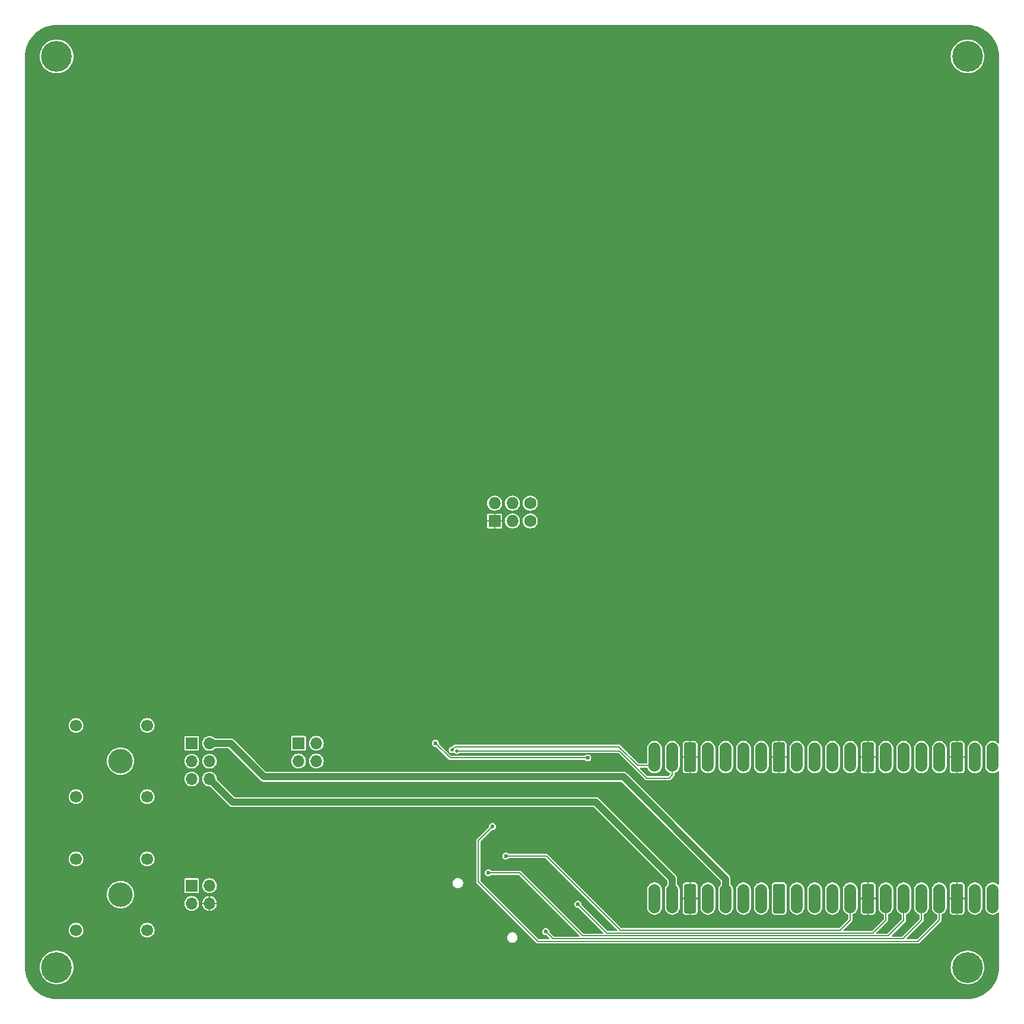
<source format=gbl>
%TF.GenerationSoftware,KiCad,Pcbnew,8.99.0-2433-g53022ab347*%
%TF.CreationDate,2024-09-29T19:38:35+02:00*%
%TF.ProjectId,SAO Dev Board,53414f20-4465-4762-9042-6f6172642e6b,1.0*%
%TF.SameCoordinates,PX1c9c380PY1c9c380*%
%TF.FileFunction,Copper,L2,Bot*%
%TF.FilePolarity,Positive*%
%FSLAX46Y46*%
G04 Gerber Fmt 4.6, Leading zero omitted, Abs format (unit mm)*
G04 Created by KiCad (PCBNEW 8.99.0-2433-g53022ab347) date 2024-09-29 19:38:35*
%MOMM*%
%LPD*%
G01*
G04 APERTURE LIST*
G04 Aperture macros list*
%AMRoundRect*
0 Rectangle with rounded corners*
0 $1 Rounding radius*
0 $2 $3 $4 $5 $6 $7 $8 $9 X,Y pos of 4 corners*
0 Add a 4 corners polygon primitive as box body*
4,1,4,$2,$3,$4,$5,$6,$7,$8,$9,$2,$3,0*
0 Add four circle primitives for the rounded corners*
1,1,$1+$1,$2,$3*
1,1,$1+$1,$4,$5*
1,1,$1+$1,$6,$7*
1,1,$1+$1,$8,$9*
0 Add four rect primitives between the rounded corners*
20,1,$1+$1,$2,$3,$4,$5,0*
20,1,$1+$1,$4,$5,$6,$7,0*
20,1,$1+$1,$6,$7,$8,$9,0*
20,1,$1+$1,$8,$9,$2,$3,0*%
G04 Aperture macros list end*
%TA.AperFunction,ComponentPad*%
%ADD10C,1.727200*%
%TD*%
%TA.AperFunction,ComponentPad*%
%ADD11O,1.727200X1.727200*%
%TD*%
%TA.AperFunction,ComponentPad*%
%ADD12R,1.727200X1.727200*%
%TD*%
%TA.AperFunction,ComponentPad*%
%ADD13O,1.700000X4.200000*%
%TD*%
%TA.AperFunction,ComponentPad*%
%ADD14RoundRect,0.250000X-0.600000X1.850000X-0.600000X-1.850000X0.600000X-1.850000X0.600000X1.850000X0*%
%TD*%
%TA.AperFunction,ComponentPad*%
%ADD15C,0.700000*%
%TD*%
%TA.AperFunction,ComponentPad*%
%ADD16C,4.400000*%
%TD*%
%TA.AperFunction,ComponentPad*%
%ADD17C,3.500000*%
%TD*%
%TA.AperFunction,WasherPad*%
%ADD18C,1.700000*%
%TD*%
%TA.AperFunction,ComponentPad*%
%ADD19O,1.700000X1.700000*%
%TD*%
%TA.AperFunction,ComponentPad*%
%ADD20R,1.700000X1.700000*%
%TD*%
%TA.AperFunction,ViaPad*%
%ADD21C,0.600000*%
%TD*%
%TA.AperFunction,ViaPad*%
%ADD22C,1.000000*%
%TD*%
%TA.AperFunction,ViaPad*%
%ADD23C,0.500000*%
%TD*%
%TA.AperFunction,Conductor*%
%ADD24C,0.200000*%
%TD*%
%TA.AperFunction,Conductor*%
%ADD25C,1.000000*%
%TD*%
G04 APERTURE END LIST*
D10*
%TO.P,X1,6,GPIO2*%
%TO.N,SAO_GPIO2*%
X72600000Y-71290000D03*
%TO.P,X1,5,GPIO1*%
%TO.N,SAO_GPIO1*%
X72600000Y-68750000D03*
D11*
%TO.P,X1,4,SCL*%
%TO.N,I2C0_SCL*%
X70060000Y-71290000D03*
%TO.P,X1,3,SDA*%
%TO.N,I2C0_SDA*%
X70060000Y-68750000D03*
D12*
%TO.P,X1,2,GND*%
%TO.N,GND*%
X67520000Y-71290000D03*
D11*
%TO.P,X1,1,VCC*%
%TO.N,SAO_VCC*%
X67520000Y-68750000D03*
%TD*%
D13*
%TO.P,J8,20,Pin_20*%
%TO.N,VBUS*%
X90319999Y-125174999D03*
%TO.P,J8,19,Pin_19*%
%TO.N,PICO_VIN*%
X92859997Y-125174998D03*
D14*
%TO.P,J8,18,Pin_18*%
%TO.N,GND*%
X95399999Y-125174999D03*
D13*
%TO.P,J8,17,Pin_17*%
%TO.N,/RPi Pico X/3V3_EN*%
X97939999Y-125174999D03*
%TO.P,J8,16,Pin_16*%
%TO.N,VCC*%
X100480002Y-125174999D03*
%TO.P,J8,15,Pin_15*%
%TO.N,/RPi Pico X/ADC_VREF*%
X103019999Y-125174999D03*
%TO.P,J8,14,Pin_14*%
%TO.N,/RPi Pico X/GP28_A2*%
X105559999Y-125174999D03*
D14*
%TO.P,J8,13,Pin_13*%
%TO.N,GNDA*%
X108099999Y-125174998D03*
D13*
%TO.P,J8,12,Pin_12*%
%TO.N,SAO_GPIO2*%
X110639999Y-125174999D03*
%TO.P,J8,11,Pin_11*%
%TO.N,SAO_GPIO1*%
X113179999Y-125174999D03*
%TO.P,J8,10,Pin_10*%
%TO.N,/RPi Pico X/RUN*%
X115720001Y-125174999D03*
%TO.P,J8,9,Pin_9*%
%TO.N,BTN_CENTER*%
X118259999Y-125174999D03*
D14*
%TO.P,J8,8,Pin_8*%
%TO.N,GND*%
X120799999Y-125174999D03*
D13*
%TO.P,J8,7,Pin_7*%
%TO.N,BTN_RIGHT*%
X123339999Y-125174999D03*
%TO.P,J8,6,Pin_6*%
%TO.N,BTN_LEFT*%
X125880000Y-125174999D03*
%TO.P,J8,5,Pin_5*%
%TO.N,BTN_DOWN*%
X128420000Y-125174996D03*
%TO.P,J8,4,Pin_4*%
%TO.N,BTN_UP*%
X130959999Y-125174999D03*
D14*
%TO.P,J8,3,Pin_3*%
%TO.N,GND*%
X133499999Y-125174999D03*
D13*
%TO.P,J8,2,Pin_2*%
%TO.N,LED_GREEN*%
X136039995Y-125174998D03*
%TO.P,J8,1,Pin_1*%
%TO.N,LED_RED*%
X138579999Y-125174999D03*
%TD*%
D15*
%TO.P,REF\u002A\u002A,1*%
%TO.N,N/C*%
X136650000Y-5000000D03*
X136166726Y-6166726D03*
X136166726Y-3833274D03*
X135000000Y-6650000D03*
D16*
X135000000Y-5000000D03*
D15*
X135000000Y-3350000D03*
X133833274Y-6166726D03*
X133833274Y-3833274D03*
X133350000Y-5000000D03*
%TD*%
D17*
%TO.P,J2,1,Pin_1*%
%TO.N,Net-(J2-Pin_1)*%
X14120000Y-124610000D03*
D18*
%TO.P,J2,*%
%TO.N,*%
X17920000Y-129690000D03*
X17920000Y-119530000D03*
X7760000Y-129690000D03*
X7760000Y-119530000D03*
%TD*%
D19*
%TO.P,J4,4,Pin_4*%
%TO.N,GND*%
X26815000Y-125875000D03*
%TO.P,J4,3,Pin_3*%
%TO.N,Net-(J2-Pin_1)*%
X24275000Y-125875000D03*
%TO.P,J4,2,Pin_2*%
%TO.N,SAO_VCC*%
X26815000Y-123335000D03*
D20*
%TO.P,J4,1,Pin_1*%
%TO.N,Net-(J2-Pin_1)*%
X24275000Y-123335000D03*
%TD*%
D19*
%TO.P,J5,4,Pin_4*%
%TO.N,SAO_VCC*%
X42060000Y-105560000D03*
%TO.P,J5,3,Pin_3*%
%TO.N,Net-(J3-Pin_4)*%
X39520000Y-105560000D03*
%TO.P,J5,2,Pin_2*%
%TO.N,SAO_VCC*%
X42060000Y-103020000D03*
D20*
%TO.P,J5,1,Pin_1*%
%TO.N,VCC*%
X39520000Y-103020000D03*
%TD*%
D19*
%TO.P,J3,6,Pin_6*%
%TO.N,PICO_VIN*%
X26815000Y-108115000D03*
%TO.P,J3,5,Pin_5*%
%TO.N,Net-(J1-Pin_1)*%
X24275000Y-108115000D03*
%TO.P,J3,4,Pin_4*%
%TO.N,Net-(J3-Pin_4)*%
X26815000Y-105575000D03*
%TO.P,J3,3,Pin_3*%
%TO.N,Net-(J1-Pin_1)*%
X24275000Y-105575000D03*
%TO.P,J3,2,Pin_2*%
%TO.N,VCC*%
X26815000Y-103035000D03*
D20*
%TO.P,J3,1,Pin_1*%
%TO.N,Net-(J1-Pin_1)*%
X24275000Y-103035000D03*
%TD*%
D17*
%TO.P,J1,1,Pin_1*%
%TO.N,Net-(J1-Pin_1)*%
X14120000Y-105560000D03*
D18*
%TO.P,J1,*%
%TO.N,*%
X17920000Y-110640000D03*
X17920000Y-100480000D03*
X7760000Y-110640000D03*
X7760000Y-100480000D03*
%TD*%
D13*
%TO.P,J7,20,Pin_20*%
%TO.N,I2C1_SCL*%
X90320000Y-104995000D03*
%TO.P,J7,19,Pin_19*%
%TO.N,I2C1_SDA*%
X92859998Y-104994999D03*
D14*
%TO.P,J7,18,Pin_18*%
%TO.N,GND*%
X95400000Y-104995000D03*
D13*
%TO.P,J7,17,Pin_17*%
%TO.N,/RPi Pico X/GP13*%
X97940000Y-104995000D03*
%TO.P,J7,16,Pin_16*%
%TO.N,/RPi Pico X/GP12*%
X100480003Y-104995000D03*
%TO.P,J7,15,Pin_15*%
%TO.N,/RPi Pico X/GP11*%
X103020000Y-104995000D03*
%TO.P,J7,14,Pin_14*%
%TO.N,/RPi Pico X/GP10*%
X105560000Y-104995000D03*
D14*
%TO.P,J7,13,Pin_13*%
%TO.N,GND*%
X108100000Y-104994999D03*
D13*
%TO.P,J7,12,Pin_12*%
%TO.N,/RPi Pico X/GP9*%
X110640000Y-104995000D03*
%TO.P,J7,11,Pin_11*%
%TO.N,/RPi Pico X/GP8*%
X113180000Y-104995000D03*
%TO.P,J7,10,Pin_10*%
%TO.N,/RPi Pico X/GP7*%
X115720002Y-104995000D03*
%TO.P,J7,9,Pin_9*%
%TO.N,/RPi Pico X/GP6*%
X118260000Y-104995000D03*
D14*
%TO.P,J7,8,Pin_8*%
%TO.N,GND*%
X120800000Y-104995000D03*
D13*
%TO.P,J7,7,Pin_7*%
%TO.N,I2C0_SCL*%
X123340000Y-104995000D03*
%TO.P,J7,6,Pin_6*%
%TO.N,I2C0_SDA*%
X125880001Y-104995000D03*
%TO.P,J7,5,Pin_5*%
%TO.N,/RPi Pico X/GP3*%
X128420001Y-104994997D03*
%TO.P,J7,4,Pin_4*%
%TO.N,/RPi Pico X/GP2*%
X130960000Y-104995000D03*
D14*
%TO.P,J7,3,Pin_3*%
%TO.N,GND*%
X133500000Y-104995000D03*
D13*
%TO.P,J7,2,Pin_2*%
%TO.N,/RPi Pico X/GP1*%
X136039996Y-104994999D03*
%TO.P,J7,1,Pin_1*%
%TO.N,/RPi Pico X/GP0*%
X138580000Y-104995000D03*
%TD*%
D15*
%TO.P,REF\u002A\u002A,1*%
%TO.N,N/C*%
X6650000Y-135000000D03*
X6166726Y-136166726D03*
X6166726Y-133833274D03*
X5000000Y-136650000D03*
D16*
X5000000Y-135000000D03*
D15*
X5000000Y-133350000D03*
X3833274Y-136166726D03*
X3833274Y-133833274D03*
X3350000Y-135000000D03*
%TD*%
%TO.P,REF\u002A\u002A,1*%
%TO.N,N/C*%
X136650000Y-135000000D03*
X136166726Y-136166726D03*
X136166726Y-133833274D03*
X135000000Y-136650000D03*
D16*
X135000000Y-135000000D03*
D15*
X135000000Y-133350000D03*
X133833274Y-136166726D03*
X133833274Y-133833274D03*
X133350000Y-135000000D03*
%TD*%
%TO.P,REF\u002A\u002A,1*%
%TO.N,N/C*%
X6650000Y-5000000D03*
X6166726Y-6166726D03*
X6166726Y-3833274D03*
X5000000Y-6650000D03*
D16*
X5000000Y-5000000D03*
D15*
X5000000Y-3350000D03*
X3833274Y-6166726D03*
X3833274Y-3833274D03*
X3350000Y-5000000D03*
%TD*%
D21*
%TO.N,GND*%
X42178000Y-123900000D03*
X45078000Y-123900000D03*
D22*
%TO.N,VCC*%
X44350000Y-107800000D03*
D21*
%TO.N,GND*%
X44678000Y-134800000D03*
X46678000Y-134750000D03*
X51928000Y-127900000D03*
X53528000Y-128400000D03*
X50528000Y-130050000D03*
X47628000Y-128550000D03*
X46328000Y-129850000D03*
X44028000Y-129750000D03*
X42328000Y-129750000D03*
X40228000Y-129600000D03*
D23*
%TO.N,I2C1_SDA*%
X62100000Y-104100000D03*
%TO.N,I2C1_SCL*%
X61415978Y-103951283D03*
D21*
%TO.N,SAO_VCC*%
X80800000Y-105100000D03*
X59080000Y-103020000D03*
%TO.N,BTN_LEFT*%
X66600000Y-121500000D03*
%TO.N,BTN_UP*%
X67200000Y-114900000D03*
%TO.N,BTN_CENTER*%
X69100000Y-119100000D03*
%TO.N,BTN_RIGHT*%
X79400000Y-126000000D03*
%TO.N,BTN_DOWN*%
X74800000Y-129900000D03*
%TD*%
D24*
%TO.N,I2C1_SCL*%
X61867261Y-103500000D02*
X85265686Y-103500000D01*
X85265686Y-103500000D02*
X87960686Y-106195000D01*
X61415978Y-103951283D02*
X61867261Y-103500000D01*
X87960686Y-106195000D02*
X90320000Y-106195000D01*
%TO.N,I2C1_SDA*%
X92859998Y-106194999D02*
X92859998Y-107540002D01*
X85300000Y-104100000D02*
X62100000Y-104100000D01*
X92859998Y-107540002D02*
X92400000Y-108000000D01*
X92400000Y-108000000D02*
X89200000Y-108000000D01*
X89200000Y-108000000D02*
X85300000Y-104100000D01*
D25*
%TO.N,VCC*%
X85900000Y-107800000D02*
X34600000Y-107800000D01*
X29835000Y-103035000D02*
X26815000Y-103035000D01*
X34600000Y-107800000D02*
X29835000Y-103035000D01*
X100480002Y-123974999D02*
X100480002Y-122380002D01*
X100480002Y-122380002D02*
X85900000Y-107800000D01*
%TO.N,PICO_VIN*%
X92859997Y-122359997D02*
X92859997Y-123974998D01*
X81900000Y-111400000D02*
X92859997Y-122359997D01*
X30100000Y-111400000D02*
X81900000Y-111400000D01*
X26815000Y-108115000D02*
X30100000Y-111400000D01*
D24*
%TO.N,SAO_VCC*%
X80800000Y-105100000D02*
X61160000Y-105100000D01*
X61160000Y-105100000D02*
X59080000Y-103020000D01*
%TO.N,BTN_LEFT*%
X123700000Y-130500000D02*
X80100000Y-130500000D01*
X125880000Y-123974999D02*
X125900000Y-123994999D01*
X125900000Y-123994999D02*
X125900000Y-128300000D01*
X71100000Y-121500000D02*
X66600000Y-121500000D01*
X80100000Y-130500000D02*
X71100000Y-121500000D01*
X125900000Y-128300000D02*
X123700000Y-130500000D01*
%TO.N,BTN_UP*%
X127900000Y-131300000D02*
X130959999Y-128240001D01*
X73700000Y-131300000D02*
X127900000Y-131300000D01*
X65200000Y-116900000D02*
X65200000Y-122800000D01*
X67200000Y-114900000D02*
X65200000Y-116900000D01*
X130959999Y-128240001D02*
X130959999Y-123974999D01*
X65200000Y-122800000D02*
X73700000Y-131300000D01*
%TO.N,BTN_CENTER*%
X116800000Y-129700000D02*
X85500000Y-129700000D01*
X74900000Y-119100000D02*
X69100000Y-119100000D01*
X118259999Y-123974999D02*
X118259999Y-128240001D01*
X85500000Y-129700000D02*
X74900000Y-119100000D01*
X118259999Y-128240001D02*
X116800000Y-129700000D01*
%TO.N,BTN_RIGHT*%
X83500000Y-130100000D02*
X79400000Y-126000000D01*
X121500000Y-130100000D02*
X83500000Y-130100000D01*
X123339999Y-123974999D02*
X123339999Y-128260001D01*
X123339999Y-128260001D02*
X121500000Y-130100000D01*
%TO.N,BTN_DOWN*%
X128420000Y-128280000D02*
X125800000Y-130900000D01*
X128420000Y-123974996D02*
X128420000Y-128280000D01*
X125800000Y-130900000D02*
X75800000Y-130900000D01*
X75800000Y-130900000D02*
X74800000Y-129900000D01*
%TD*%
%TA.AperFunction,Conductor*%
%TO.N,GND*%
G36*
X135002152Y-500593D02*
G01*
X135387853Y-517434D01*
X135396432Y-518184D01*
X135777053Y-568295D01*
X135785544Y-569792D01*
X136160338Y-652881D01*
X136168673Y-655115D01*
X136534797Y-770553D01*
X136542913Y-773507D01*
X136897587Y-920418D01*
X136905398Y-924060D01*
X137245910Y-1101320D01*
X137253390Y-1105638D01*
X137577167Y-1311906D01*
X137584241Y-1316860D01*
X137888797Y-1550554D01*
X137895398Y-1556093D01*
X138178459Y-1815470D01*
X138184529Y-1821540D01*
X138443905Y-2104599D01*
X138449445Y-2111202D01*
X138683139Y-2415758D01*
X138688093Y-2422832D01*
X138894361Y-2746609D01*
X138898679Y-2754089D01*
X139075935Y-3094593D01*
X139079585Y-3102420D01*
X139226492Y-3457086D01*
X139229446Y-3465202D01*
X139344884Y-3831326D01*
X139347119Y-3839668D01*
X139430205Y-4214445D01*
X139431705Y-4222951D01*
X139481813Y-4603554D01*
X139482566Y-4612158D01*
X139499406Y-4997847D01*
X139499500Y-5002165D01*
X139499500Y-102939861D01*
X139480593Y-102998052D01*
X139431093Y-103034016D01*
X139369907Y-103034016D01*
X139330498Y-103009866D01*
X139249655Y-102929023D01*
X139249651Y-102929020D01*
X139077597Y-102814058D01*
X138886418Y-102734869D01*
X138683467Y-102694500D01*
X138683465Y-102694500D01*
X138476535Y-102694500D01*
X138476532Y-102694500D01*
X138273581Y-102734869D01*
X138082402Y-102814058D01*
X137910348Y-102929020D01*
X137764020Y-103075348D01*
X137649058Y-103247402D01*
X137569869Y-103438581D01*
X137529500Y-103641532D01*
X137529500Y-106348467D01*
X137569869Y-106551418D01*
X137649058Y-106742597D01*
X137764020Y-106914651D01*
X137764023Y-106914655D01*
X137910345Y-107060977D01*
X138082402Y-107175941D01*
X138273580Y-107255130D01*
X138476535Y-107295500D01*
X138476536Y-107295500D01*
X138683464Y-107295500D01*
X138683465Y-107295500D01*
X138886420Y-107255130D01*
X139077598Y-107175941D01*
X139249655Y-107060977D01*
X139330498Y-106980133D01*
X139385013Y-106952358D01*
X139445445Y-106961929D01*
X139488710Y-107005194D01*
X139499500Y-107050139D01*
X139499500Y-123119861D01*
X139480593Y-123178052D01*
X139431093Y-123214016D01*
X139369907Y-123214016D01*
X139330498Y-123189866D01*
X139249654Y-123109022D01*
X139249650Y-123109019D01*
X139077596Y-122994057D01*
X138886417Y-122914868D01*
X138683466Y-122874499D01*
X138683464Y-122874499D01*
X138476534Y-122874499D01*
X138476531Y-122874499D01*
X138273580Y-122914868D01*
X138082401Y-122994057D01*
X137910347Y-123109019D01*
X137764019Y-123255347D01*
X137649057Y-123427401D01*
X137569868Y-123618580D01*
X137529499Y-123821531D01*
X137529499Y-126528466D01*
X137569868Y-126731417D01*
X137649057Y-126922596D01*
X137764019Y-127094650D01*
X137764022Y-127094654D01*
X137910344Y-127240976D01*
X138082401Y-127355940D01*
X138273579Y-127435129D01*
X138476534Y-127475499D01*
X138476535Y-127475499D01*
X138683463Y-127475499D01*
X138683464Y-127475499D01*
X138886419Y-127435129D01*
X139077597Y-127355940D01*
X139249654Y-127240976D01*
X139330498Y-127160131D01*
X139385013Y-127132356D01*
X139445445Y-127141927D01*
X139488710Y-127185192D01*
X139499500Y-127230137D01*
X139499500Y-134997834D01*
X139499406Y-135002152D01*
X139482566Y-135387841D01*
X139481813Y-135396445D01*
X139431705Y-135777048D01*
X139430205Y-135785554D01*
X139347119Y-136160331D01*
X139344884Y-136168673D01*
X139229446Y-136534797D01*
X139226492Y-136542913D01*
X139079585Y-136897579D01*
X139075935Y-136905406D01*
X138898679Y-137245910D01*
X138894361Y-137253390D01*
X138688093Y-137577167D01*
X138683139Y-137584241D01*
X138449445Y-137888797D01*
X138443895Y-137895411D01*
X138184540Y-138178447D01*
X138178447Y-138184540D01*
X138162727Y-138198946D01*
X137895413Y-138443894D01*
X137888797Y-138449445D01*
X137584241Y-138683139D01*
X137577167Y-138688093D01*
X137253390Y-138894361D01*
X137245910Y-138898679D01*
X136905406Y-139075935D01*
X136897579Y-139079585D01*
X136542913Y-139226492D01*
X136534797Y-139229446D01*
X136168673Y-139344884D01*
X136160331Y-139347119D01*
X135785554Y-139430205D01*
X135777048Y-139431705D01*
X135396445Y-139481813D01*
X135387841Y-139482566D01*
X135002153Y-139499406D01*
X134997835Y-139499500D01*
X5002165Y-139499500D01*
X4997847Y-139499406D01*
X4612158Y-139482566D01*
X4603554Y-139481813D01*
X4222951Y-139431705D01*
X4214445Y-139430205D01*
X3839668Y-139347119D01*
X3831326Y-139344884D01*
X3465202Y-139229446D01*
X3457086Y-139226492D01*
X3102420Y-139079585D01*
X3094593Y-139075935D01*
X2754089Y-138898679D01*
X2746609Y-138894361D01*
X2422832Y-138688093D01*
X2415758Y-138683139D01*
X2111202Y-138449445D01*
X2104599Y-138443905D01*
X1821540Y-138184529D01*
X1815470Y-138178459D01*
X1556093Y-137895398D01*
X1550554Y-137888797D01*
X1316860Y-137584241D01*
X1311906Y-137577167D01*
X1105638Y-137253390D01*
X1101320Y-137245910D01*
X924064Y-136905406D01*
X920414Y-136897579D01*
X902063Y-136853276D01*
X773507Y-136542913D01*
X770553Y-136534797D01*
X655115Y-136168673D01*
X652880Y-136160331D01*
X569792Y-135785544D01*
X568294Y-135777048D01*
X544743Y-135598160D01*
X518184Y-135396432D01*
X517434Y-135387853D01*
X500594Y-135002152D01*
X500547Y-135000000D01*
X2594754Y-135000000D01*
X2613720Y-135301462D01*
X2670317Y-135598151D01*
X2670319Y-135598160D01*
X2729835Y-135781330D01*
X2763661Y-135885436D01*
X2892267Y-136158736D01*
X2892274Y-136158749D01*
X3054114Y-136413767D01*
X3246645Y-136646497D01*
X3246655Y-136646508D01*
X3466837Y-136853274D01*
X3466840Y-136853276D01*
X3711192Y-137030807D01*
X3711196Y-137030809D01*
X3711205Y-137030816D01*
X3975896Y-137176332D01*
X4256738Y-137287525D01*
X4549302Y-137362642D01*
X4749082Y-137387880D01*
X4848972Y-137400500D01*
X4848973Y-137400500D01*
X5151028Y-137400500D01*
X5200972Y-137394190D01*
X5450698Y-137362642D01*
X5743262Y-137287525D01*
X6024104Y-137176332D01*
X6288795Y-137030816D01*
X6533162Y-136853274D01*
X6753349Y-136646504D01*
X6945885Y-136413768D01*
X7107733Y-136158736D01*
X7236341Y-135885430D01*
X7329681Y-135598160D01*
X7386280Y-135301457D01*
X7405246Y-135000000D01*
X132594754Y-135000000D01*
X132613720Y-135301462D01*
X132670317Y-135598151D01*
X132670319Y-135598160D01*
X132729835Y-135781330D01*
X132763661Y-135885436D01*
X132892267Y-136158736D01*
X132892274Y-136158749D01*
X133054114Y-136413767D01*
X133246645Y-136646497D01*
X133246655Y-136646508D01*
X133466837Y-136853274D01*
X133466840Y-136853276D01*
X133711192Y-137030807D01*
X133711196Y-137030809D01*
X133711205Y-137030816D01*
X133975896Y-137176332D01*
X134256738Y-137287525D01*
X134549302Y-137362642D01*
X134749082Y-137387880D01*
X134848972Y-137400500D01*
X134848973Y-137400500D01*
X135151028Y-137400500D01*
X135200972Y-137394190D01*
X135450698Y-137362642D01*
X135743262Y-137287525D01*
X136024104Y-137176332D01*
X136288795Y-137030816D01*
X136533162Y-136853274D01*
X136753349Y-136646504D01*
X136945885Y-136413768D01*
X137107733Y-136158736D01*
X137236341Y-135885430D01*
X137329681Y-135598160D01*
X137386280Y-135301457D01*
X137405246Y-135000000D01*
X137386280Y-134698543D01*
X137329681Y-134401840D01*
X137236341Y-134114570D01*
X137107733Y-133841264D01*
X137107729Y-133841259D01*
X137107725Y-133841250D01*
X136945885Y-133586232D01*
X136753354Y-133353502D01*
X136753344Y-133353491D01*
X136533162Y-133146725D01*
X136533159Y-133146723D01*
X136288807Y-132969192D01*
X136288800Y-132969187D01*
X136288795Y-132969184D01*
X136024104Y-132823668D01*
X136024102Y-132823667D01*
X136024100Y-132823666D01*
X135743262Y-132712475D01*
X135450698Y-132637358D01*
X135450691Y-132637357D01*
X135450695Y-132637357D01*
X135151028Y-132599500D01*
X135151027Y-132599500D01*
X134848973Y-132599500D01*
X134848972Y-132599500D01*
X134549306Y-132637357D01*
X134256737Y-132712475D01*
X133975899Y-132823666D01*
X133711213Y-132969179D01*
X133711192Y-132969192D01*
X133466840Y-133146723D01*
X133466837Y-133146725D01*
X133246655Y-133353491D01*
X133246645Y-133353502D01*
X133054114Y-133586232D01*
X132892274Y-133841250D01*
X132892267Y-133841263D01*
X132763661Y-134114563D01*
X132670320Y-134401838D01*
X132670317Y-134401848D01*
X132613720Y-134698537D01*
X132594754Y-135000000D01*
X7405246Y-135000000D01*
X7386280Y-134698543D01*
X7329681Y-134401840D01*
X7236341Y-134114570D01*
X7107733Y-133841264D01*
X7107729Y-133841259D01*
X7107725Y-133841250D01*
X6945885Y-133586232D01*
X6753354Y-133353502D01*
X6753344Y-133353491D01*
X6533162Y-133146725D01*
X6533159Y-133146723D01*
X6288807Y-132969192D01*
X6288800Y-132969187D01*
X6288795Y-132969184D01*
X6024104Y-132823668D01*
X6024102Y-132823667D01*
X6024100Y-132823666D01*
X5743262Y-132712475D01*
X5450698Y-132637358D01*
X5450691Y-132637357D01*
X5450695Y-132637357D01*
X5151028Y-132599500D01*
X5151027Y-132599500D01*
X4848973Y-132599500D01*
X4848972Y-132599500D01*
X4549306Y-132637357D01*
X4256737Y-132712475D01*
X3975899Y-132823666D01*
X3711213Y-132969179D01*
X3711192Y-132969192D01*
X3466840Y-133146723D01*
X3466837Y-133146725D01*
X3246655Y-133353491D01*
X3246645Y-133353502D01*
X3054114Y-133586232D01*
X2892274Y-133841250D01*
X2892267Y-133841263D01*
X2763661Y-134114563D01*
X2670320Y-134401838D01*
X2670317Y-134401848D01*
X2613720Y-134698537D01*
X2594754Y-135000000D01*
X500547Y-135000000D01*
X500500Y-134997834D01*
X500500Y-129689996D01*
X6704417Y-129689996D01*
X6704417Y-129690003D01*
X6724698Y-129895929D01*
X6724699Y-129895934D01*
X6784768Y-130093954D01*
X6882316Y-130276452D01*
X7013585Y-130436404D01*
X7013590Y-130436410D01*
X7013595Y-130436414D01*
X7173547Y-130567683D01*
X7173548Y-130567683D01*
X7173550Y-130567685D01*
X7356046Y-130665232D01*
X7493997Y-130707078D01*
X7554065Y-130725300D01*
X7554070Y-130725301D01*
X7759997Y-130745583D01*
X7760000Y-130745583D01*
X7760003Y-130745583D01*
X7965929Y-130725301D01*
X7965934Y-130725300D01*
X8163954Y-130665232D01*
X8346450Y-130567685D01*
X8506410Y-130436410D01*
X8637685Y-130276450D01*
X8735232Y-130093954D01*
X8795300Y-129895934D01*
X8795301Y-129895929D01*
X8815583Y-129690003D01*
X8815583Y-129689996D01*
X16864417Y-129689996D01*
X16864417Y-129690003D01*
X16884698Y-129895929D01*
X16884699Y-129895934D01*
X16944768Y-130093954D01*
X17042316Y-130276452D01*
X17173585Y-130436404D01*
X17173590Y-130436410D01*
X17173595Y-130436414D01*
X17333547Y-130567683D01*
X17333548Y-130567683D01*
X17333550Y-130567685D01*
X17516046Y-130665232D01*
X17653997Y-130707078D01*
X17714065Y-130725300D01*
X17714070Y-130725301D01*
X17919997Y-130745583D01*
X17920000Y-130745583D01*
X17920003Y-130745583D01*
X18125929Y-130725301D01*
X18125934Y-130725300D01*
X18311859Y-130668901D01*
X69284855Y-130668901D01*
X69284855Y-130816738D01*
X69313697Y-130961734D01*
X69370270Y-131098313D01*
X69370271Y-131098315D01*
X69452404Y-131221236D01*
X69556939Y-131325771D01*
X69679860Y-131407904D01*
X69816442Y-131464478D01*
X69961437Y-131493320D01*
X69961438Y-131493320D01*
X70109272Y-131493320D01*
X70109273Y-131493320D01*
X70254268Y-131464478D01*
X70390850Y-131407904D01*
X70513771Y-131325771D01*
X70618306Y-131221236D01*
X70700439Y-131098315D01*
X70757013Y-130961733D01*
X70785855Y-130816738D01*
X70785855Y-130668902D01*
X70757013Y-130523907D01*
X70700439Y-130387325D01*
X70618306Y-130264404D01*
X70513771Y-130159869D01*
X70390850Y-130077736D01*
X70390848Y-130077735D01*
X70254269Y-130021162D01*
X70109273Y-129992320D01*
X69961437Y-129992320D01*
X69961436Y-129992320D01*
X69816440Y-130021162D01*
X69679861Y-130077735D01*
X69556940Y-130159868D01*
X69452403Y-130264405D01*
X69370270Y-130387326D01*
X69313697Y-130523905D01*
X69284855Y-130668901D01*
X18311859Y-130668901D01*
X18323954Y-130665232D01*
X18506450Y-130567685D01*
X18666410Y-130436410D01*
X18797685Y-130276450D01*
X18895232Y-130093954D01*
X18955300Y-129895934D01*
X18955301Y-129895929D01*
X18975583Y-129690003D01*
X18975583Y-129689996D01*
X18955301Y-129484070D01*
X18955300Y-129484065D01*
X18923912Y-129380593D01*
X18895232Y-129286046D01*
X18797685Y-129103550D01*
X18666410Y-128943590D01*
X18666404Y-128943585D01*
X18506452Y-128812316D01*
X18323954Y-128714768D01*
X18125934Y-128654699D01*
X18125929Y-128654698D01*
X17920003Y-128634417D01*
X17919997Y-128634417D01*
X17714070Y-128654698D01*
X17714065Y-128654699D01*
X17516045Y-128714768D01*
X17333547Y-128812316D01*
X17173595Y-128943585D01*
X17173585Y-128943595D01*
X17042316Y-129103547D01*
X16944768Y-129286045D01*
X16884699Y-129484065D01*
X16884698Y-129484070D01*
X16864417Y-129689996D01*
X8815583Y-129689996D01*
X8795301Y-129484070D01*
X8795300Y-129484065D01*
X8763912Y-129380593D01*
X8735232Y-129286046D01*
X8637685Y-129103550D01*
X8506410Y-128943590D01*
X8506404Y-128943585D01*
X8346452Y-128812316D01*
X8163954Y-128714768D01*
X7965934Y-128654699D01*
X7965929Y-128654698D01*
X7760003Y-128634417D01*
X7759997Y-128634417D01*
X7554070Y-128654698D01*
X7554065Y-128654699D01*
X7356045Y-128714768D01*
X7173547Y-128812316D01*
X7013595Y-128943585D01*
X7013585Y-128943595D01*
X6882316Y-129103547D01*
X6784768Y-129286045D01*
X6724699Y-129484065D01*
X6724698Y-129484070D01*
X6704417Y-129689996D01*
X500500Y-129689996D01*
X500500Y-124610000D01*
X12164518Y-124610000D01*
X12184421Y-124888288D01*
X12184421Y-124888291D01*
X12184422Y-124888294D01*
X12243729Y-125160923D01*
X12243730Y-125160927D01*
X12341231Y-125422338D01*
X12341232Y-125422340D01*
X12474944Y-125667213D01*
X12474943Y-125667213D01*
X12642140Y-125890562D01*
X12642142Y-125890564D01*
X12642145Y-125890568D01*
X12839432Y-126087855D01*
X12839435Y-126087857D01*
X12839437Y-126087859D01*
X13062786Y-126255056D01*
X13282447Y-126375000D01*
X13307663Y-126388769D01*
X13569072Y-126486269D01*
X13569077Y-126486271D01*
X13841706Y-126545578D01*
X14120000Y-126565482D01*
X14398294Y-126545578D01*
X14670923Y-126486271D01*
X14932337Y-126388769D01*
X15177213Y-126255056D01*
X15400568Y-126087855D01*
X15597855Y-125890568D01*
X15609512Y-125874996D01*
X23219417Y-125874996D01*
X23219417Y-125875003D01*
X23239698Y-126080929D01*
X23239699Y-126080934D01*
X23299768Y-126278954D01*
X23397316Y-126461452D01*
X23528302Y-126621059D01*
X23528590Y-126621410D01*
X23528595Y-126621414D01*
X23688547Y-126752683D01*
X23688548Y-126752683D01*
X23688550Y-126752685D01*
X23871046Y-126850232D01*
X24008997Y-126892078D01*
X24069065Y-126910300D01*
X24069070Y-126910301D01*
X24274997Y-126930583D01*
X24275000Y-126930583D01*
X24275003Y-126930583D01*
X24480929Y-126910301D01*
X24480934Y-126910300D01*
X24482556Y-126909808D01*
X24678954Y-126850232D01*
X24861450Y-126752685D01*
X25021410Y-126621410D01*
X25152685Y-126461450D01*
X25250232Y-126278954D01*
X25310300Y-126080934D01*
X25310301Y-126080928D01*
X25325036Y-125931327D01*
X25325036Y-125931326D01*
X25330583Y-125875004D01*
X25330583Y-125874995D01*
X25325036Y-125818672D01*
X25320734Y-125774999D01*
X25769767Y-125774999D01*
X25769768Y-125775000D01*
X26324157Y-125775000D01*
X26315000Y-125809174D01*
X26315000Y-125940826D01*
X26324157Y-125975000D01*
X25769767Y-125975000D01*
X25780190Y-126080831D01*
X25780191Y-126080836D01*
X25840232Y-126278762D01*
X25840234Y-126278767D01*
X25937724Y-126461160D01*
X25937731Y-126461170D01*
X26068940Y-126621050D01*
X26068949Y-126621059D01*
X26228829Y-126752268D01*
X26228839Y-126752275D01*
X26411232Y-126849765D01*
X26411237Y-126849767D01*
X26609166Y-126909808D01*
X26714998Y-126920231D01*
X26715000Y-126920230D01*
X26715000Y-126365842D01*
X26749174Y-126375000D01*
X26880826Y-126375000D01*
X26915000Y-126365842D01*
X26915000Y-126920230D01*
X26915001Y-126920231D01*
X27020833Y-126909808D01*
X27218762Y-126849767D01*
X27218767Y-126849765D01*
X27401160Y-126752275D01*
X27401170Y-126752268D01*
X27561050Y-126621059D01*
X27561059Y-126621050D01*
X27692268Y-126461170D01*
X27692275Y-126461160D01*
X27789765Y-126278767D01*
X27789767Y-126278762D01*
X27849808Y-126080836D01*
X27849809Y-126080831D01*
X27860232Y-125975000D01*
X27305843Y-125975000D01*
X27315000Y-125940826D01*
X27315000Y-125809174D01*
X27305843Y-125775000D01*
X27860232Y-125775000D01*
X27860232Y-125774999D01*
X27849809Y-125669168D01*
X27849808Y-125669163D01*
X27789767Y-125471237D01*
X27789765Y-125471232D01*
X27692275Y-125288839D01*
X27692268Y-125288829D01*
X27561059Y-125128949D01*
X27561050Y-125128940D01*
X27401170Y-124997731D01*
X27401160Y-124997724D01*
X27218767Y-124900234D01*
X27218762Y-124900232D01*
X27020836Y-124840191D01*
X27020831Y-124840190D01*
X26915000Y-124829767D01*
X26915000Y-125384157D01*
X26880826Y-125375000D01*
X26749174Y-125375000D01*
X26715000Y-125384157D01*
X26715000Y-124829767D01*
X26714999Y-124829767D01*
X26609168Y-124840190D01*
X26609163Y-124840191D01*
X26411237Y-124900232D01*
X26411232Y-124900234D01*
X26228839Y-124997724D01*
X26228829Y-124997731D01*
X26068949Y-125128940D01*
X26068940Y-125128949D01*
X25937731Y-125288829D01*
X25937724Y-125288839D01*
X25840234Y-125471232D01*
X25840232Y-125471237D01*
X25780191Y-125669163D01*
X25780190Y-125669168D01*
X25769767Y-125774999D01*
X25320734Y-125774999D01*
X25310301Y-125669071D01*
X25310300Y-125669065D01*
X25279640Y-125567993D01*
X25250232Y-125471046D01*
X25152685Y-125288550D01*
X25021410Y-125128590D01*
X24956108Y-125074998D01*
X24861452Y-124997316D01*
X24678954Y-124899768D01*
X24480934Y-124839699D01*
X24480929Y-124839698D01*
X24275003Y-124819417D01*
X24274997Y-124819417D01*
X24069070Y-124839698D01*
X24069065Y-124839699D01*
X23871045Y-124899768D01*
X23688547Y-124997316D01*
X23528595Y-125128585D01*
X23528585Y-125128595D01*
X23397316Y-125288547D01*
X23299768Y-125471045D01*
X23239699Y-125669065D01*
X23239698Y-125669070D01*
X23219417Y-125874996D01*
X15609512Y-125874996D01*
X15765056Y-125667213D01*
X15898769Y-125422337D01*
X15996271Y-125160923D01*
X16055578Y-124888294D01*
X16075482Y-124610000D01*
X16055578Y-124331706D01*
X15996271Y-124059077D01*
X15898769Y-123797663D01*
X15765056Y-123552787D01*
X15765055Y-123552786D01*
X15765056Y-123552786D01*
X15597859Y-123329437D01*
X15597857Y-123329435D01*
X15597855Y-123329432D01*
X15400568Y-123132145D01*
X15400564Y-123132142D01*
X15400562Y-123132140D01*
X15177213Y-122964943D01*
X14932340Y-122831232D01*
X14932338Y-122831231D01*
X14670926Y-122733730D01*
X14670928Y-122733730D01*
X14567207Y-122711167D01*
X14398294Y-122674422D01*
X14398291Y-122674421D01*
X14398288Y-122674421D01*
X14120000Y-122654518D01*
X13841711Y-122674421D01*
X13841706Y-122674421D01*
X13841706Y-122674422D01*
X13835951Y-122675674D01*
X13569072Y-122733730D01*
X13307661Y-122831231D01*
X13307659Y-122831232D01*
X13062786Y-122964943D01*
X12839437Y-123132140D01*
X12642140Y-123329437D01*
X12474943Y-123552786D01*
X12341232Y-123797659D01*
X12341231Y-123797661D01*
X12243730Y-124059072D01*
X12243729Y-124059077D01*
X12184892Y-124329548D01*
X12184421Y-124331711D01*
X12164518Y-124610000D01*
X500500Y-124610000D01*
X500500Y-122465253D01*
X23224500Y-122465253D01*
X23224500Y-124204746D01*
X23224501Y-124204758D01*
X23236132Y-124263227D01*
X23236134Y-124263233D01*
X23280445Y-124329548D01*
X23280448Y-124329552D01*
X23346769Y-124373867D01*
X23391231Y-124382711D01*
X23405241Y-124385498D01*
X23405246Y-124385498D01*
X23405252Y-124385500D01*
X23405253Y-124385500D01*
X25144747Y-124385500D01*
X25144748Y-124385500D01*
X25203231Y-124373867D01*
X25269552Y-124329552D01*
X25313867Y-124263231D01*
X25325500Y-124204748D01*
X25325500Y-123334996D01*
X25759417Y-123334996D01*
X25759417Y-123335003D01*
X25779698Y-123540929D01*
X25779699Y-123540934D01*
X25839768Y-123738954D01*
X25937316Y-123921452D01*
X26035283Y-124040825D01*
X26068590Y-124081410D01*
X26068595Y-124081414D01*
X26228547Y-124212683D01*
X26228548Y-124212683D01*
X26228550Y-124212685D01*
X26411046Y-124310232D01*
X26548997Y-124352078D01*
X26609065Y-124370300D01*
X26609070Y-124370301D01*
X26814997Y-124390583D01*
X26815000Y-124390583D01*
X26815003Y-124390583D01*
X27020929Y-124370301D01*
X27020934Y-124370300D01*
X27218954Y-124310232D01*
X27401450Y-124212685D01*
X27561410Y-124081410D01*
X27692685Y-123921450D01*
X27790232Y-123738954D01*
X27850300Y-123540934D01*
X27850301Y-123540929D01*
X27870583Y-123335003D01*
X27870583Y-123334996D01*
X27850301Y-123129070D01*
X27850300Y-123129065D01*
X27836319Y-123082977D01*
X27790232Y-122931046D01*
X27768680Y-122890726D01*
X61506680Y-122890726D01*
X61506680Y-123038563D01*
X61535522Y-123183559D01*
X61592095Y-123320138D01*
X61592096Y-123320140D01*
X61674229Y-123443061D01*
X61778764Y-123547596D01*
X61901685Y-123629729D01*
X62038267Y-123686303D01*
X62183262Y-123715145D01*
X62183263Y-123715145D01*
X62331097Y-123715145D01*
X62331098Y-123715145D01*
X62476093Y-123686303D01*
X62612675Y-123629729D01*
X62735596Y-123547596D01*
X62840131Y-123443061D01*
X62922264Y-123320140D01*
X62978838Y-123183558D01*
X63007680Y-123038563D01*
X63007680Y-122890727D01*
X62978838Y-122745732D01*
X62922264Y-122609150D01*
X62840131Y-122486229D01*
X62735596Y-122381694D01*
X62612675Y-122299561D01*
X62612673Y-122299560D01*
X62476094Y-122242987D01*
X62331098Y-122214145D01*
X62183262Y-122214145D01*
X62183261Y-122214145D01*
X62038265Y-122242987D01*
X61901686Y-122299560D01*
X61778765Y-122381693D01*
X61674228Y-122486230D01*
X61592095Y-122609151D01*
X61535522Y-122745730D01*
X61506680Y-122890726D01*
X27768680Y-122890726D01*
X27692685Y-122748550D01*
X27690372Y-122745732D01*
X27561414Y-122588595D01*
X27561410Y-122588590D01*
X27561404Y-122588585D01*
X27401452Y-122457316D01*
X27218954Y-122359768D01*
X27020934Y-122299699D01*
X27020929Y-122299698D01*
X26815003Y-122279417D01*
X26814997Y-122279417D01*
X26609070Y-122299698D01*
X26609065Y-122299699D01*
X26411045Y-122359768D01*
X26228547Y-122457316D01*
X26068595Y-122588585D01*
X26068585Y-122588595D01*
X25937316Y-122748547D01*
X25839768Y-122931045D01*
X25779699Y-123129065D01*
X25779698Y-123129070D01*
X25759417Y-123334996D01*
X25325500Y-123334996D01*
X25325500Y-122465252D01*
X25323921Y-122457316D01*
X25322711Y-122451231D01*
X25313867Y-122406769D01*
X25269552Y-122340448D01*
X25269548Y-122340445D01*
X25203233Y-122296134D01*
X25203231Y-122296133D01*
X25203228Y-122296132D01*
X25203227Y-122296132D01*
X25144758Y-122284501D01*
X25144748Y-122284500D01*
X23405252Y-122284500D01*
X23405251Y-122284500D01*
X23405241Y-122284501D01*
X23346772Y-122296132D01*
X23346766Y-122296134D01*
X23280451Y-122340445D01*
X23280445Y-122340451D01*
X23236134Y-122406766D01*
X23236132Y-122406772D01*
X23224501Y-122465241D01*
X23224500Y-122465253D01*
X500500Y-122465253D01*
X500500Y-119529996D01*
X6704417Y-119529996D01*
X6704417Y-119530003D01*
X6724698Y-119735929D01*
X6724699Y-119735934D01*
X6784768Y-119933954D01*
X6882316Y-120116452D01*
X7013585Y-120276404D01*
X7013590Y-120276410D01*
X7013595Y-120276414D01*
X7173547Y-120407683D01*
X7173548Y-120407683D01*
X7173550Y-120407685D01*
X7356046Y-120505232D01*
X7493997Y-120547078D01*
X7554065Y-120565300D01*
X7554070Y-120565301D01*
X7759997Y-120585583D01*
X7760000Y-120585583D01*
X7760003Y-120585583D01*
X7965929Y-120565301D01*
X7965934Y-120565300D01*
X8163954Y-120505232D01*
X8346450Y-120407685D01*
X8506410Y-120276410D01*
X8637685Y-120116450D01*
X8735232Y-119933954D01*
X8795300Y-119735934D01*
X8795301Y-119735929D01*
X8815583Y-119530003D01*
X8815583Y-119529996D01*
X16864417Y-119529996D01*
X16864417Y-119530003D01*
X16884698Y-119735929D01*
X16884699Y-119735934D01*
X16944768Y-119933954D01*
X17042316Y-120116452D01*
X17173585Y-120276404D01*
X17173590Y-120276410D01*
X17173595Y-120276414D01*
X17333547Y-120407683D01*
X17333548Y-120407683D01*
X17333550Y-120407685D01*
X17516046Y-120505232D01*
X17653997Y-120547078D01*
X17714065Y-120565300D01*
X17714070Y-120565301D01*
X17919997Y-120585583D01*
X17920000Y-120585583D01*
X17920003Y-120585583D01*
X18125929Y-120565301D01*
X18125934Y-120565300D01*
X18323954Y-120505232D01*
X18506450Y-120407685D01*
X18666410Y-120276410D01*
X18797685Y-120116450D01*
X18895232Y-119933954D01*
X18955300Y-119735934D01*
X18955301Y-119735929D01*
X18975583Y-119530003D01*
X18975583Y-119529996D01*
X18955301Y-119324070D01*
X18955300Y-119324065D01*
X18930544Y-119242456D01*
X18895232Y-119126046D01*
X18797685Y-118943550D01*
X18666410Y-118783590D01*
X18586314Y-118717857D01*
X18506452Y-118652316D01*
X18323954Y-118554768D01*
X18125934Y-118494699D01*
X18125929Y-118494698D01*
X17920003Y-118474417D01*
X17919997Y-118474417D01*
X17714070Y-118494698D01*
X17714065Y-118494699D01*
X17516045Y-118554768D01*
X17333547Y-118652316D01*
X17173595Y-118783585D01*
X17173585Y-118783595D01*
X17042316Y-118943547D01*
X16944768Y-119126045D01*
X16884699Y-119324065D01*
X16884698Y-119324070D01*
X16864417Y-119529996D01*
X8815583Y-119529996D01*
X8795301Y-119324070D01*
X8795300Y-119324065D01*
X8770544Y-119242456D01*
X8735232Y-119126046D01*
X8637685Y-118943550D01*
X8506410Y-118783590D01*
X8426314Y-118717857D01*
X8346452Y-118652316D01*
X8163954Y-118554768D01*
X7965934Y-118494699D01*
X7965929Y-118494698D01*
X7760003Y-118474417D01*
X7759997Y-118474417D01*
X7554070Y-118494698D01*
X7554065Y-118494699D01*
X7356045Y-118554768D01*
X7173547Y-118652316D01*
X7013595Y-118783585D01*
X7013585Y-118783595D01*
X6882316Y-118943547D01*
X6784768Y-119126045D01*
X6724699Y-119324065D01*
X6724698Y-119324070D01*
X6704417Y-119529996D01*
X500500Y-119529996D01*
X500500Y-116860435D01*
X64899500Y-116860435D01*
X64899500Y-122839564D01*
X64919977Y-122915985D01*
X64919979Y-122915990D01*
X64948241Y-122964942D01*
X64959538Y-122984508D01*
X64959540Y-122984511D01*
X73459540Y-131484511D01*
X73459539Y-131484511D01*
X73515489Y-131540460D01*
X73584007Y-131580019D01*
X73584011Y-131580021D01*
X73660435Y-131600499D01*
X73660437Y-131600500D01*
X73660438Y-131600500D01*
X127939563Y-131600500D01*
X127939563Y-131600499D01*
X128015989Y-131580021D01*
X128084511Y-131540460D01*
X128140460Y-131484511D01*
X131200459Y-128424512D01*
X131205380Y-128415988D01*
X131240020Y-128355990D01*
X131260499Y-128279563D01*
X131260499Y-127503730D01*
X131279406Y-127445539D01*
X131321613Y-127412266D01*
X131457597Y-127355940D01*
X131629654Y-127240976D01*
X131775976Y-127094654D01*
X131890940Y-126922597D01*
X131970129Y-126731419D01*
X132010499Y-126528464D01*
X132010499Y-125275000D01*
X132450000Y-125275000D01*
X132450000Y-127079202D01*
X132452849Y-127109599D01*
X132452849Y-127109601D01*
X132497653Y-127237646D01*
X132578206Y-127346789D01*
X132578208Y-127346791D01*
X132687351Y-127427344D01*
X132815397Y-127472148D01*
X132845788Y-127474998D01*
X133399997Y-127474998D01*
X133399999Y-127474997D01*
X133399999Y-125275000D01*
X133599999Y-125275000D01*
X133599999Y-127474997D01*
X133600000Y-127474998D01*
X134154202Y-127474998D01*
X134184599Y-127472148D01*
X134184601Y-127472148D01*
X134312646Y-127427344D01*
X134421789Y-127346791D01*
X134421791Y-127346789D01*
X134502344Y-127237646D01*
X134547148Y-127109600D01*
X134549998Y-127079210D01*
X134549999Y-127079209D01*
X134549999Y-125275000D01*
X134549998Y-125274999D01*
X133600000Y-125274999D01*
X133599999Y-125275000D01*
X133399999Y-125275000D01*
X133399998Y-125274999D01*
X132450001Y-125274999D01*
X132450000Y-125275000D01*
X132010499Y-125275000D01*
X132010499Y-123821534D01*
X131970129Y-123618579D01*
X131890940Y-123427401D01*
X131786295Y-123270787D01*
X132449999Y-123270787D01*
X132449999Y-125074998D01*
X132450000Y-125074999D01*
X133399998Y-125074999D01*
X133399999Y-125074998D01*
X133399999Y-124465841D01*
X133434173Y-124474999D01*
X133565825Y-124474999D01*
X133599999Y-124465841D01*
X133599999Y-125074998D01*
X133600000Y-125074999D01*
X134549997Y-125074999D01*
X134549998Y-125074998D01*
X134549998Y-123821530D01*
X134989495Y-123821530D01*
X134989495Y-126528465D01*
X135029864Y-126731416D01*
X135109053Y-126922595D01*
X135224014Y-127094647D01*
X135224018Y-127094653D01*
X135370340Y-127240975D01*
X135542397Y-127355939D01*
X135733575Y-127435128D01*
X135936530Y-127475498D01*
X135936531Y-127475498D01*
X136143459Y-127475498D01*
X136143460Y-127475498D01*
X136346415Y-127435128D01*
X136537593Y-127355939D01*
X136709650Y-127240975D01*
X136855972Y-127094653D01*
X136970936Y-126922596D01*
X137050125Y-126731418D01*
X137090495Y-126528463D01*
X137090495Y-123821533D01*
X137050125Y-123618578D01*
X136970936Y-123427400D01*
X136855972Y-123255343D01*
X136709650Y-123109021D01*
X136709643Y-123109016D01*
X136537592Y-122994056D01*
X136346413Y-122914867D01*
X136143462Y-122874498D01*
X136143460Y-122874498D01*
X135936530Y-122874498D01*
X135936527Y-122874498D01*
X135733576Y-122914867D01*
X135542397Y-122994056D01*
X135370343Y-123109018D01*
X135224015Y-123255346D01*
X135109053Y-123427400D01*
X135029864Y-123618579D01*
X134989495Y-123821530D01*
X134549998Y-123821530D01*
X134549998Y-123270795D01*
X134547148Y-123240398D01*
X134547148Y-123240396D01*
X134502344Y-123112351D01*
X134421791Y-123003208D01*
X134421789Y-123003206D01*
X134312646Y-122922653D01*
X134184600Y-122877849D01*
X134154210Y-122874999D01*
X133600000Y-122874999D01*
X133599999Y-122875000D01*
X133599999Y-123484156D01*
X133565825Y-123474999D01*
X133434173Y-123474999D01*
X133399999Y-123484156D01*
X133399999Y-122875000D01*
X133399998Y-122874999D01*
X132845795Y-122874999D01*
X132815398Y-122877849D01*
X132815396Y-122877849D01*
X132687351Y-122922653D01*
X132578208Y-123003206D01*
X132578206Y-123003208D01*
X132497653Y-123112351D01*
X132452849Y-123240397D01*
X132449999Y-123270787D01*
X131786295Y-123270787D01*
X131775976Y-123255344D01*
X131629654Y-123109022D01*
X131629650Y-123109019D01*
X131457596Y-122994057D01*
X131266417Y-122914868D01*
X131063466Y-122874499D01*
X131063464Y-122874499D01*
X130856534Y-122874499D01*
X130856531Y-122874499D01*
X130653580Y-122914868D01*
X130462401Y-122994057D01*
X130290347Y-123109019D01*
X130144019Y-123255347D01*
X130029057Y-123427401D01*
X129949868Y-123618580D01*
X129909499Y-123821531D01*
X129909499Y-126528466D01*
X129949868Y-126731417D01*
X130029057Y-126922596D01*
X130144019Y-127094650D01*
X130144022Y-127094654D01*
X130290344Y-127240976D01*
X130462401Y-127355940D01*
X130598384Y-127412266D01*
X130644910Y-127452002D01*
X130659499Y-127503730D01*
X130659499Y-128074522D01*
X130640592Y-128132713D01*
X130630503Y-128144526D01*
X127804525Y-130970504D01*
X127750008Y-130998281D01*
X127734521Y-130999500D01*
X126364479Y-130999500D01*
X126306288Y-130980593D01*
X126270324Y-130931093D01*
X126270324Y-130869907D01*
X126294475Y-130830496D01*
X126860567Y-130264404D01*
X128660460Y-128464511D01*
X128660463Y-128464506D01*
X128700020Y-128395992D01*
X128700020Y-128395990D01*
X128700022Y-128395988D01*
X128720500Y-128319562D01*
X128720500Y-128240438D01*
X128720500Y-127503727D01*
X128739407Y-127445536D01*
X128781614Y-127412263D01*
X128917598Y-127355937D01*
X129089655Y-127240973D01*
X129235977Y-127094651D01*
X129350941Y-126922594D01*
X129430130Y-126731416D01*
X129470500Y-126528461D01*
X129470500Y-123821531D01*
X129430130Y-123618576D01*
X129350941Y-123427398D01*
X129235977Y-123255341D01*
X129089655Y-123109019D01*
X129089651Y-123109016D01*
X128917597Y-122994054D01*
X128726418Y-122914865D01*
X128523467Y-122874496D01*
X128523465Y-122874496D01*
X128316535Y-122874496D01*
X128316532Y-122874496D01*
X128113581Y-122914865D01*
X127922402Y-122994054D01*
X127750348Y-123109016D01*
X127604020Y-123255344D01*
X127489058Y-123427398D01*
X127409869Y-123618577D01*
X127369500Y-123821528D01*
X127369500Y-126528463D01*
X127409869Y-126731414D01*
X127489058Y-126922593D01*
X127593746Y-127079271D01*
X127604023Y-127094651D01*
X127750345Y-127240973D01*
X127922402Y-127355937D01*
X127922403Y-127355937D01*
X127922404Y-127355938D01*
X127967657Y-127374682D01*
X128058385Y-127412263D01*
X128104911Y-127451999D01*
X128119500Y-127503727D01*
X128119500Y-128114521D01*
X128100593Y-128172712D01*
X128090504Y-128184525D01*
X125704525Y-130570504D01*
X125650008Y-130598281D01*
X125634521Y-130599500D01*
X124264479Y-130599500D01*
X124206288Y-130580593D01*
X124170324Y-130531093D01*
X124170324Y-130469907D01*
X124194475Y-130430496D01*
X124673913Y-129951058D01*
X126140460Y-128484511D01*
X126175100Y-128424512D01*
X126180021Y-128415989D01*
X126200500Y-128339562D01*
X126200500Y-127495445D01*
X126219407Y-127437254D01*
X126261613Y-127403981D01*
X126377598Y-127355940D01*
X126549655Y-127240976D01*
X126695977Y-127094654D01*
X126810941Y-126922597D01*
X126890130Y-126731419D01*
X126930500Y-126528464D01*
X126930500Y-123821534D01*
X126890130Y-123618579D01*
X126810941Y-123427401D01*
X126695977Y-123255344D01*
X126549655Y-123109022D01*
X126549651Y-123109019D01*
X126377597Y-122994057D01*
X126186418Y-122914868D01*
X125983467Y-122874499D01*
X125983465Y-122874499D01*
X125776535Y-122874499D01*
X125776532Y-122874499D01*
X125573581Y-122914868D01*
X125382402Y-122994057D01*
X125210348Y-123109019D01*
X125064020Y-123255347D01*
X124949058Y-123427401D01*
X124869869Y-123618580D01*
X124829500Y-123821531D01*
X124829500Y-126528466D01*
X124869869Y-126731417D01*
X124949058Y-126922596D01*
X125064020Y-127094650D01*
X125064023Y-127094654D01*
X125210345Y-127240976D01*
X125210348Y-127240978D01*
X125382402Y-127355940D01*
X125538386Y-127420551D01*
X125584911Y-127460288D01*
X125599500Y-127512015D01*
X125599500Y-128134521D01*
X125580593Y-128192712D01*
X125570504Y-128204525D01*
X123604525Y-130170504D01*
X123550008Y-130198281D01*
X123534521Y-130199500D01*
X122064479Y-130199500D01*
X122006288Y-130180593D01*
X121970324Y-130131093D01*
X121970324Y-130069907D01*
X121994475Y-130030496D01*
X122355064Y-129669907D01*
X123580459Y-128444512D01*
X123596927Y-128415989D01*
X123620019Y-128375993D01*
X123620019Y-128375991D01*
X123620021Y-128375989D01*
X123640499Y-128299563D01*
X123640499Y-128220439D01*
X123640499Y-127503730D01*
X123659406Y-127445539D01*
X123701613Y-127412266D01*
X123837597Y-127355940D01*
X124009654Y-127240976D01*
X124155976Y-127094654D01*
X124270940Y-126922597D01*
X124350129Y-126731419D01*
X124390499Y-126528464D01*
X124390499Y-123821534D01*
X124350129Y-123618579D01*
X124270940Y-123427401D01*
X124155976Y-123255344D01*
X124009654Y-123109022D01*
X124009650Y-123109019D01*
X123837596Y-122994057D01*
X123646417Y-122914868D01*
X123443466Y-122874499D01*
X123443464Y-122874499D01*
X123236534Y-122874499D01*
X123236531Y-122874499D01*
X123033580Y-122914868D01*
X122842401Y-122994057D01*
X122670347Y-123109019D01*
X122524019Y-123255347D01*
X122409057Y-123427401D01*
X122329868Y-123618580D01*
X122289499Y-123821531D01*
X122289499Y-126528466D01*
X122329868Y-126731417D01*
X122409057Y-126922596D01*
X122524019Y-127094650D01*
X122524022Y-127094654D01*
X122670344Y-127240976D01*
X122842401Y-127355940D01*
X122978384Y-127412266D01*
X123024910Y-127452002D01*
X123039499Y-127503730D01*
X123039499Y-128094522D01*
X123020592Y-128152713D01*
X123010503Y-128164526D01*
X121404525Y-129770504D01*
X121350008Y-129798281D01*
X121334521Y-129799500D01*
X117364479Y-129799500D01*
X117306288Y-129780593D01*
X117270324Y-129731093D01*
X117270324Y-129669907D01*
X117294475Y-129630496D01*
X117554467Y-129370504D01*
X118500459Y-128424512D01*
X118505380Y-128415988D01*
X118540020Y-128355990D01*
X118560499Y-128279563D01*
X118560499Y-127503730D01*
X118579406Y-127445539D01*
X118621613Y-127412266D01*
X118757597Y-127355940D01*
X118929654Y-127240976D01*
X119075976Y-127094654D01*
X119190940Y-126922597D01*
X119270129Y-126731419D01*
X119310499Y-126528464D01*
X119310499Y-125275000D01*
X119750000Y-125275000D01*
X119750000Y-127079202D01*
X119752849Y-127109599D01*
X119752849Y-127109601D01*
X119797653Y-127237646D01*
X119878206Y-127346789D01*
X119878208Y-127346791D01*
X119987351Y-127427344D01*
X120115397Y-127472148D01*
X120145788Y-127474998D01*
X120699997Y-127474998D01*
X120699999Y-127474997D01*
X120699999Y-125275000D01*
X120899999Y-125275000D01*
X120899999Y-127474997D01*
X120900000Y-127474998D01*
X121454202Y-127474998D01*
X121484599Y-127472148D01*
X121484601Y-127472148D01*
X121612646Y-127427344D01*
X121721789Y-127346791D01*
X121721791Y-127346789D01*
X121802344Y-127237646D01*
X121847148Y-127109600D01*
X121849998Y-127079210D01*
X121849999Y-127079209D01*
X121849999Y-125275000D01*
X121849998Y-125274999D01*
X120900000Y-125274999D01*
X120899999Y-125275000D01*
X120699999Y-125275000D01*
X120699998Y-125274999D01*
X119750001Y-125274999D01*
X119750000Y-125275000D01*
X119310499Y-125275000D01*
X119310499Y-123821534D01*
X119270129Y-123618579D01*
X119190940Y-123427401D01*
X119086295Y-123270787D01*
X119749999Y-123270787D01*
X119749999Y-125074998D01*
X119750000Y-125074999D01*
X120699998Y-125074999D01*
X120699999Y-125074998D01*
X120699999Y-124465841D01*
X120734173Y-124474999D01*
X120865825Y-124474999D01*
X120899999Y-124465841D01*
X120899999Y-125074998D01*
X120900000Y-125074999D01*
X121849997Y-125074999D01*
X121849998Y-125074998D01*
X121849998Y-123270795D01*
X121847148Y-123240398D01*
X121847148Y-123240396D01*
X121802344Y-123112351D01*
X121721791Y-123003208D01*
X121721789Y-123003206D01*
X121612646Y-122922653D01*
X121484600Y-122877849D01*
X121454210Y-122874999D01*
X120900000Y-122874999D01*
X120899999Y-122875000D01*
X120899999Y-123484156D01*
X120865825Y-123474999D01*
X120734173Y-123474999D01*
X120699999Y-123484156D01*
X120699999Y-122875000D01*
X120699998Y-122874999D01*
X120145795Y-122874999D01*
X120115398Y-122877849D01*
X120115396Y-122877849D01*
X119987351Y-122922653D01*
X119878208Y-123003206D01*
X119878206Y-123003208D01*
X119797653Y-123112351D01*
X119752849Y-123240397D01*
X119749999Y-123270787D01*
X119086295Y-123270787D01*
X119075976Y-123255344D01*
X118929654Y-123109022D01*
X118929650Y-123109019D01*
X118757596Y-122994057D01*
X118566417Y-122914868D01*
X118363466Y-122874499D01*
X118363464Y-122874499D01*
X118156534Y-122874499D01*
X118156531Y-122874499D01*
X117953580Y-122914868D01*
X117762401Y-122994057D01*
X117590347Y-123109019D01*
X117444019Y-123255347D01*
X117329057Y-123427401D01*
X117249868Y-123618580D01*
X117209499Y-123821531D01*
X117209499Y-126528466D01*
X117249868Y-126731417D01*
X117329057Y-126922596D01*
X117444019Y-127094650D01*
X117444022Y-127094654D01*
X117590344Y-127240976D01*
X117762401Y-127355940D01*
X117898384Y-127412266D01*
X117944910Y-127452002D01*
X117959499Y-127503730D01*
X117959499Y-128074522D01*
X117940592Y-128132713D01*
X117930503Y-128144526D01*
X116704525Y-129370504D01*
X116650008Y-129398281D01*
X116634521Y-129399500D01*
X85665479Y-129399500D01*
X85607288Y-129380593D01*
X85595475Y-129370504D01*
X82956385Y-126731414D01*
X80046502Y-123821531D01*
X89269499Y-123821531D01*
X89269499Y-126528466D01*
X89309868Y-126731417D01*
X89389057Y-126922596D01*
X89504019Y-127094650D01*
X89504022Y-127094654D01*
X89650344Y-127240976D01*
X89822401Y-127355940D01*
X90013579Y-127435129D01*
X90216534Y-127475499D01*
X90216535Y-127475499D01*
X90423463Y-127475499D01*
X90423464Y-127475499D01*
X90626419Y-127435129D01*
X90817597Y-127355940D01*
X90989654Y-127240976D01*
X91135976Y-127094654D01*
X91250940Y-126922597D01*
X91330129Y-126731419D01*
X91370499Y-126528464D01*
X91370499Y-123821534D01*
X91330129Y-123618579D01*
X91250940Y-123427401D01*
X91135976Y-123255344D01*
X90989654Y-123109022D01*
X90989650Y-123109019D01*
X90817596Y-122994057D01*
X90626417Y-122914868D01*
X90423466Y-122874499D01*
X90423464Y-122874499D01*
X90216534Y-122874499D01*
X90216531Y-122874499D01*
X90013580Y-122914868D01*
X89822401Y-122994057D01*
X89650347Y-123109019D01*
X89504019Y-123255347D01*
X89389057Y-123427401D01*
X89309868Y-123618580D01*
X89269499Y-123821531D01*
X80046502Y-123821531D01*
X75084511Y-118859540D01*
X75074808Y-118853938D01*
X75074806Y-118853936D01*
X75074806Y-118853937D01*
X75015989Y-118819979D01*
X75015988Y-118819978D01*
X75015987Y-118819978D01*
X74939564Y-118799500D01*
X74939562Y-118799500D01*
X69547083Y-118799500D01*
X69488892Y-118780593D01*
X69472264Y-118765331D01*
X69431128Y-118717857D01*
X69398182Y-118696684D01*
X69310057Y-118640049D01*
X69310054Y-118640047D01*
X69310053Y-118640047D01*
X69310050Y-118640046D01*
X69171964Y-118599500D01*
X69171961Y-118599500D01*
X69028039Y-118599500D01*
X69028035Y-118599500D01*
X68889949Y-118640046D01*
X68889942Y-118640049D01*
X68768873Y-118717855D01*
X68674622Y-118826628D01*
X68614834Y-118957543D01*
X68594353Y-119099997D01*
X68594353Y-119100002D01*
X68614834Y-119242456D01*
X68652105Y-119324066D01*
X68674623Y-119373373D01*
X68727736Y-119434669D01*
X68768873Y-119482144D01*
X68889942Y-119559950D01*
X68889947Y-119559953D01*
X68996403Y-119591211D01*
X69028035Y-119600499D01*
X69028036Y-119600499D01*
X69028039Y-119600500D01*
X69028041Y-119600500D01*
X69171959Y-119600500D01*
X69171961Y-119600500D01*
X69310053Y-119559953D01*
X69431128Y-119482143D01*
X69472264Y-119434668D01*
X69524660Y-119403073D01*
X69547083Y-119400500D01*
X74734521Y-119400500D01*
X74792712Y-119419407D01*
X74804525Y-119429496D01*
X85005525Y-129630496D01*
X85033302Y-129685013D01*
X85023731Y-129745445D01*
X84980466Y-129788710D01*
X84935521Y-129799500D01*
X83665479Y-129799500D01*
X83607288Y-129780593D01*
X83595475Y-129770504D01*
X79930546Y-126105575D01*
X79902769Y-126051058D01*
X79902558Y-126021482D01*
X79905647Y-126000000D01*
X79895773Y-125931327D01*
X79885165Y-125857543D01*
X79825377Y-125726628D01*
X79825377Y-125726627D01*
X79731128Y-125617857D01*
X79731127Y-125617856D01*
X79731126Y-125617855D01*
X79610057Y-125540049D01*
X79610054Y-125540047D01*
X79610053Y-125540047D01*
X79610050Y-125540046D01*
X79471964Y-125499500D01*
X79471961Y-125499500D01*
X79328039Y-125499500D01*
X79328035Y-125499500D01*
X79189949Y-125540046D01*
X79189942Y-125540049D01*
X79068873Y-125617855D01*
X78974622Y-125726628D01*
X78914834Y-125857543D01*
X78894353Y-125999997D01*
X78894353Y-126000002D01*
X78914834Y-126142456D01*
X78932897Y-126182007D01*
X78974623Y-126273373D01*
X79033157Y-126340925D01*
X79068873Y-126382144D01*
X79079182Y-126388769D01*
X79189947Y-126459953D01*
X79279572Y-126486269D01*
X79328035Y-126500499D01*
X79328036Y-126500499D01*
X79328039Y-126500500D01*
X79328041Y-126500500D01*
X79434521Y-126500500D01*
X79492712Y-126519407D01*
X79504525Y-126529496D01*
X83005525Y-130030496D01*
X83033302Y-130085013D01*
X83023731Y-130145445D01*
X82980466Y-130188710D01*
X82935521Y-130199500D01*
X80265479Y-130199500D01*
X80207288Y-130180593D01*
X80195475Y-130170504D01*
X75751598Y-125726627D01*
X71284511Y-121259540D01*
X71274808Y-121253938D01*
X71274806Y-121253936D01*
X71274806Y-121253937D01*
X71215989Y-121219979D01*
X71215988Y-121219978D01*
X71215987Y-121219978D01*
X71139564Y-121199500D01*
X71139562Y-121199500D01*
X67047083Y-121199500D01*
X66988892Y-121180593D01*
X66972264Y-121165331D01*
X66931128Y-121117857D01*
X66898182Y-121096684D01*
X66810057Y-121040049D01*
X66810054Y-121040047D01*
X66810053Y-121040047D01*
X66810050Y-121040046D01*
X66671964Y-120999500D01*
X66671961Y-120999500D01*
X66528039Y-120999500D01*
X66528035Y-120999500D01*
X66389949Y-121040046D01*
X66389942Y-121040049D01*
X66268873Y-121117855D01*
X66174622Y-121226628D01*
X66114834Y-121357543D01*
X66094353Y-121499997D01*
X66094353Y-121500002D01*
X66114834Y-121642456D01*
X66174622Y-121773371D01*
X66174623Y-121773373D01*
X66227736Y-121834669D01*
X66268873Y-121882144D01*
X66348721Y-121933459D01*
X66389947Y-121959953D01*
X66496403Y-121991211D01*
X66528035Y-122000499D01*
X66528036Y-122000499D01*
X66528039Y-122000500D01*
X66528041Y-122000500D01*
X66671959Y-122000500D01*
X66671961Y-122000500D01*
X66810053Y-121959953D01*
X66931128Y-121882143D01*
X66972264Y-121834668D01*
X67024660Y-121803073D01*
X67047083Y-121800500D01*
X70934521Y-121800500D01*
X70992712Y-121819407D01*
X71004525Y-121829496D01*
X79605525Y-130430496D01*
X79633302Y-130485013D01*
X79623731Y-130545445D01*
X79580466Y-130588710D01*
X79535521Y-130599500D01*
X75965479Y-130599500D01*
X75907288Y-130580593D01*
X75895475Y-130570504D01*
X75330546Y-130005575D01*
X75302769Y-129951058D01*
X75302558Y-129921482D01*
X75305647Y-129900000D01*
X75305062Y-129895934D01*
X75285165Y-129757543D01*
X75279640Y-129745445D01*
X75225377Y-129626627D01*
X75131128Y-129517857D01*
X75131127Y-129517856D01*
X75131126Y-129517855D01*
X75010057Y-129440049D01*
X75010054Y-129440047D01*
X75010053Y-129440047D01*
X75010050Y-129440046D01*
X74871964Y-129399500D01*
X74871961Y-129399500D01*
X74728039Y-129399500D01*
X74728035Y-129399500D01*
X74589949Y-129440046D01*
X74589942Y-129440049D01*
X74468873Y-129517855D01*
X74374622Y-129626628D01*
X74314834Y-129757543D01*
X74294353Y-129899997D01*
X74294353Y-129900002D01*
X74314834Y-130042456D01*
X74368455Y-130159868D01*
X74374623Y-130173373D01*
X74453501Y-130264404D01*
X74468873Y-130282144D01*
X74589942Y-130359950D01*
X74589947Y-130359953D01*
X74683169Y-130387325D01*
X74728035Y-130400499D01*
X74728036Y-130400499D01*
X74728039Y-130400500D01*
X74728041Y-130400500D01*
X74834521Y-130400500D01*
X74892712Y-130419407D01*
X74904525Y-130429496D01*
X75305525Y-130830496D01*
X75333302Y-130885013D01*
X75323731Y-130945445D01*
X75280466Y-130988710D01*
X75235521Y-130999500D01*
X73865479Y-130999500D01*
X73807288Y-130980593D01*
X73795475Y-130970504D01*
X65529496Y-122704525D01*
X65501719Y-122650008D01*
X65500500Y-122634521D01*
X65500500Y-117065478D01*
X65519407Y-117007287D01*
X65529490Y-116995480D01*
X67095474Y-115429495D01*
X67149991Y-115401719D01*
X67165478Y-115400500D01*
X67271959Y-115400500D01*
X67271961Y-115400500D01*
X67410053Y-115359953D01*
X67531128Y-115282143D01*
X67625377Y-115173373D01*
X67685165Y-115042457D01*
X67695506Y-114970534D01*
X67705647Y-114900002D01*
X67705647Y-114899997D01*
X67685165Y-114757543D01*
X67625377Y-114626628D01*
X67625377Y-114626627D01*
X67531128Y-114517857D01*
X67531127Y-114517856D01*
X67531126Y-114517855D01*
X67410057Y-114440049D01*
X67410054Y-114440047D01*
X67410053Y-114440047D01*
X67410050Y-114440046D01*
X67271964Y-114399500D01*
X67271961Y-114399500D01*
X67128039Y-114399500D01*
X67128035Y-114399500D01*
X66989949Y-114440046D01*
X66989942Y-114440049D01*
X66868873Y-114517855D01*
X66774622Y-114626628D01*
X66714834Y-114757543D01*
X66694353Y-114899997D01*
X66694353Y-114900003D01*
X66697441Y-114921482D01*
X66687007Y-114981771D01*
X66669453Y-115005574D01*
X65015489Y-116659540D01*
X65015488Y-116659539D01*
X64959539Y-116715489D01*
X64919980Y-116784007D01*
X64919978Y-116784011D01*
X64899500Y-116860435D01*
X500500Y-116860435D01*
X500500Y-110639996D01*
X6704417Y-110639996D01*
X6704417Y-110640003D01*
X6724698Y-110845929D01*
X6724699Y-110845934D01*
X6784768Y-111043954D01*
X6882316Y-111226452D01*
X7013585Y-111386404D01*
X7013590Y-111386410D01*
X7013595Y-111386414D01*
X7173547Y-111517683D01*
X7173548Y-111517683D01*
X7173550Y-111517685D01*
X7356046Y-111615232D01*
X7493997Y-111657078D01*
X7554065Y-111675300D01*
X7554070Y-111675301D01*
X7759997Y-111695583D01*
X7760000Y-111695583D01*
X7760003Y-111695583D01*
X7965929Y-111675301D01*
X7965934Y-111675300D01*
X8163954Y-111615232D01*
X8346450Y-111517685D01*
X8506410Y-111386410D01*
X8637685Y-111226450D01*
X8735232Y-111043954D01*
X8795300Y-110845934D01*
X8795301Y-110845929D01*
X8815583Y-110640003D01*
X8815583Y-110639996D01*
X16864417Y-110639996D01*
X16864417Y-110640003D01*
X16884698Y-110845929D01*
X16884699Y-110845934D01*
X16944768Y-111043954D01*
X17042316Y-111226452D01*
X17173585Y-111386404D01*
X17173590Y-111386410D01*
X17173595Y-111386414D01*
X17333547Y-111517683D01*
X17333548Y-111517683D01*
X17333550Y-111517685D01*
X17516046Y-111615232D01*
X17653997Y-111657078D01*
X17714065Y-111675300D01*
X17714070Y-111675301D01*
X17919997Y-111695583D01*
X17920000Y-111695583D01*
X17920003Y-111695583D01*
X18125929Y-111675301D01*
X18125934Y-111675300D01*
X18323954Y-111615232D01*
X18506450Y-111517685D01*
X18666410Y-111386410D01*
X18797685Y-111226450D01*
X18895232Y-111043954D01*
X18955300Y-110845934D01*
X18955301Y-110845929D01*
X18975583Y-110640003D01*
X18975583Y-110639996D01*
X18955301Y-110434070D01*
X18955300Y-110434065D01*
X18937078Y-110373997D01*
X18895232Y-110236046D01*
X18797685Y-110053550D01*
X18666410Y-109893590D01*
X18666404Y-109893585D01*
X18506452Y-109762316D01*
X18323954Y-109664768D01*
X18125934Y-109604699D01*
X18125929Y-109604698D01*
X17920003Y-109584417D01*
X17919997Y-109584417D01*
X17714070Y-109604698D01*
X17714065Y-109604699D01*
X17516045Y-109664768D01*
X17333547Y-109762316D01*
X17173595Y-109893585D01*
X17173585Y-109893595D01*
X17042316Y-110053547D01*
X16944768Y-110236045D01*
X16884699Y-110434065D01*
X16884698Y-110434070D01*
X16864417Y-110639996D01*
X8815583Y-110639996D01*
X8795301Y-110434070D01*
X8795300Y-110434065D01*
X8777078Y-110373997D01*
X8735232Y-110236046D01*
X8637685Y-110053550D01*
X8506410Y-109893590D01*
X8506404Y-109893585D01*
X8346452Y-109762316D01*
X8163954Y-109664768D01*
X7965934Y-109604699D01*
X7965929Y-109604698D01*
X7760003Y-109584417D01*
X7759997Y-109584417D01*
X7554070Y-109604698D01*
X7554065Y-109604699D01*
X7356045Y-109664768D01*
X7173547Y-109762316D01*
X7013595Y-109893585D01*
X7013585Y-109893595D01*
X6882316Y-110053547D01*
X6784768Y-110236045D01*
X6724699Y-110434065D01*
X6724698Y-110434070D01*
X6704417Y-110639996D01*
X500500Y-110639996D01*
X500500Y-108114996D01*
X23219417Y-108114996D01*
X23219417Y-108115003D01*
X23239698Y-108320929D01*
X23239699Y-108320934D01*
X23299768Y-108518954D01*
X23397316Y-108701452D01*
X23528585Y-108861404D01*
X23528590Y-108861410D01*
X23528595Y-108861414D01*
X23688547Y-108992683D01*
X23688548Y-108992683D01*
X23688550Y-108992685D01*
X23871046Y-109090232D01*
X24008997Y-109132078D01*
X24069065Y-109150300D01*
X24069070Y-109150301D01*
X24274997Y-109170583D01*
X24275000Y-109170583D01*
X24275003Y-109170583D01*
X24480929Y-109150301D01*
X24480934Y-109150300D01*
X24678954Y-109090232D01*
X24861450Y-108992685D01*
X25021410Y-108861410D01*
X25152685Y-108701450D01*
X25250232Y-108518954D01*
X25310300Y-108320934D01*
X25310301Y-108320929D01*
X25330583Y-108115003D01*
X25330583Y-108114996D01*
X25759417Y-108114996D01*
X25759417Y-108115003D01*
X25779698Y-108320929D01*
X25779699Y-108320934D01*
X25839768Y-108518954D01*
X25937316Y-108701452D01*
X26068585Y-108861404D01*
X26068590Y-108861410D01*
X26068595Y-108861414D01*
X26228547Y-108992683D01*
X26228548Y-108992683D01*
X26228550Y-108992685D01*
X26411046Y-109090232D01*
X26548997Y-109132078D01*
X26609065Y-109150300D01*
X26609070Y-109150301D01*
X26814998Y-109170583D01*
X26814998Y-109170582D01*
X26815000Y-109170583D01*
X26827503Y-109169351D01*
X26887266Y-109182461D01*
X26907213Y-109197870D01*
X29653457Y-111944114D01*
X29768189Y-112020775D01*
X29895672Y-112073580D01*
X30031006Y-112100500D01*
X30031007Y-112100500D01*
X81568835Y-112100500D01*
X81627026Y-112119407D01*
X81638839Y-112129496D01*
X92130501Y-122621157D01*
X92158278Y-122675674D01*
X92159497Y-122691161D01*
X92159497Y-123098858D01*
X92140590Y-123157049D01*
X92130501Y-123168861D01*
X92044019Y-123255343D01*
X91929055Y-123427400D01*
X91849866Y-123618579D01*
X91809497Y-123821530D01*
X91809497Y-126528465D01*
X91849866Y-126731416D01*
X91929055Y-126922595D01*
X92044016Y-127094647D01*
X92044020Y-127094653D01*
X92190342Y-127240975D01*
X92362399Y-127355939D01*
X92553577Y-127435128D01*
X92756532Y-127475498D01*
X92756533Y-127475498D01*
X92963461Y-127475498D01*
X92963462Y-127475498D01*
X93166417Y-127435128D01*
X93357595Y-127355939D01*
X93529652Y-127240975D01*
X93675974Y-127094653D01*
X93790938Y-126922596D01*
X93870127Y-126731418D01*
X93910497Y-126528463D01*
X93910497Y-125275000D01*
X94350000Y-125275000D01*
X94350000Y-127079202D01*
X94352849Y-127109599D01*
X94352849Y-127109601D01*
X94397653Y-127237646D01*
X94478206Y-127346789D01*
X94478208Y-127346791D01*
X94587351Y-127427344D01*
X94715397Y-127472148D01*
X94745788Y-127474998D01*
X95299997Y-127474998D01*
X95299999Y-127474997D01*
X95299999Y-125275000D01*
X95499999Y-125275000D01*
X95499999Y-127474997D01*
X95500000Y-127474998D01*
X96054202Y-127474998D01*
X96084599Y-127472148D01*
X96084601Y-127472148D01*
X96212646Y-127427344D01*
X96321789Y-127346791D01*
X96321791Y-127346789D01*
X96402344Y-127237646D01*
X96447148Y-127109600D01*
X96449998Y-127079210D01*
X96449999Y-127079209D01*
X96449999Y-125275000D01*
X96449998Y-125274999D01*
X95500000Y-125274999D01*
X95499999Y-125275000D01*
X95299999Y-125275000D01*
X95299998Y-125274999D01*
X94350001Y-125274999D01*
X94350000Y-125275000D01*
X93910497Y-125275000D01*
X93910497Y-123821533D01*
X93870127Y-123618578D01*
X93790938Y-123427400D01*
X93725482Y-123329437D01*
X93721503Y-123323482D01*
X93686293Y-123270787D01*
X94349999Y-123270787D01*
X94349999Y-125074998D01*
X94350000Y-125074999D01*
X95299998Y-125074999D01*
X95299999Y-125074998D01*
X95299999Y-124465841D01*
X95334173Y-124474999D01*
X95465825Y-124474999D01*
X95499999Y-124465841D01*
X95499999Y-125074998D01*
X95500000Y-125074999D01*
X96449997Y-125074999D01*
X96449998Y-125074998D01*
X96449998Y-123821531D01*
X96889499Y-123821531D01*
X96889499Y-126528466D01*
X96929868Y-126731417D01*
X97009057Y-126922596D01*
X97124019Y-127094650D01*
X97124022Y-127094654D01*
X97270344Y-127240976D01*
X97442401Y-127355940D01*
X97633579Y-127435129D01*
X97836534Y-127475499D01*
X97836535Y-127475499D01*
X98043463Y-127475499D01*
X98043464Y-127475499D01*
X98246419Y-127435129D01*
X98437597Y-127355940D01*
X98609654Y-127240976D01*
X98755976Y-127094654D01*
X98870940Y-126922597D01*
X98950129Y-126731419D01*
X98990499Y-126528464D01*
X98990499Y-123821534D01*
X98950129Y-123618579D01*
X98870940Y-123427401D01*
X98755976Y-123255344D01*
X98609654Y-123109022D01*
X98609650Y-123109019D01*
X98437596Y-122994057D01*
X98246417Y-122914868D01*
X98043466Y-122874499D01*
X98043464Y-122874499D01*
X97836534Y-122874499D01*
X97836531Y-122874499D01*
X97633580Y-122914868D01*
X97442401Y-122994057D01*
X97270347Y-123109019D01*
X97124019Y-123255347D01*
X97009057Y-123427401D01*
X96929868Y-123618580D01*
X96889499Y-123821531D01*
X96449998Y-123821531D01*
X96449998Y-123270795D01*
X96447148Y-123240398D01*
X96447148Y-123240396D01*
X96402344Y-123112351D01*
X96321791Y-123003208D01*
X96321789Y-123003206D01*
X96212646Y-122922653D01*
X96084600Y-122877849D01*
X96054210Y-122874999D01*
X95500000Y-122874999D01*
X95499999Y-122875000D01*
X95499999Y-123484156D01*
X95465825Y-123474999D01*
X95334173Y-123474999D01*
X95299999Y-123484156D01*
X95299999Y-122875000D01*
X95299998Y-122874999D01*
X94745795Y-122874999D01*
X94715398Y-122877849D01*
X94715396Y-122877849D01*
X94587351Y-122922653D01*
X94478208Y-123003206D01*
X94478206Y-123003208D01*
X94397653Y-123112351D01*
X94352849Y-123240397D01*
X94349999Y-123270787D01*
X93686293Y-123270787D01*
X93675974Y-123255343D01*
X93589493Y-123168861D01*
X93561716Y-123114344D01*
X93560497Y-123098858D01*
X93560497Y-122291005D01*
X93560496Y-122291001D01*
X93558192Y-122279417D01*
X93533577Y-122155669D01*
X93489059Y-122048193D01*
X93480774Y-122028190D01*
X93480768Y-122028179D01*
X93404111Y-121913455D01*
X88150195Y-116659539D01*
X82346543Y-110855886D01*
X82331641Y-110845929D01*
X82231808Y-110779223D01*
X82104328Y-110726420D01*
X81968996Y-110699500D01*
X81968994Y-110699500D01*
X81968993Y-110699500D01*
X30431165Y-110699500D01*
X30372974Y-110680593D01*
X30361161Y-110670504D01*
X27897870Y-108207213D01*
X27870093Y-108152696D01*
X27869351Y-108127502D01*
X27870583Y-108114998D01*
X27870583Y-108114997D01*
X27850301Y-107909070D01*
X27850300Y-107909065D01*
X27832078Y-107848997D01*
X27790232Y-107711046D01*
X27692685Y-107528550D01*
X27681960Y-107515482D01*
X27561414Y-107368595D01*
X27561410Y-107368590D01*
X27525072Y-107338768D01*
X27401452Y-107237316D01*
X27218954Y-107139768D01*
X27020934Y-107079699D01*
X27020929Y-107079698D01*
X26815003Y-107059417D01*
X26814997Y-107059417D01*
X26609070Y-107079698D01*
X26609065Y-107079699D01*
X26411045Y-107139768D01*
X26228547Y-107237316D01*
X26068595Y-107368585D01*
X26068585Y-107368595D01*
X25937316Y-107528547D01*
X25839768Y-107711045D01*
X25779699Y-107909065D01*
X25779698Y-107909070D01*
X25759417Y-108114996D01*
X25330583Y-108114996D01*
X25310301Y-107909070D01*
X25310300Y-107909065D01*
X25292078Y-107848997D01*
X25250232Y-107711046D01*
X25152685Y-107528550D01*
X25141960Y-107515482D01*
X25021414Y-107368595D01*
X25021410Y-107368590D01*
X24985072Y-107338768D01*
X24861452Y-107237316D01*
X24678954Y-107139768D01*
X24480934Y-107079699D01*
X24480929Y-107079698D01*
X24275003Y-107059417D01*
X24274997Y-107059417D01*
X24069070Y-107079698D01*
X24069065Y-107079699D01*
X23871045Y-107139768D01*
X23688547Y-107237316D01*
X23528595Y-107368585D01*
X23528585Y-107368595D01*
X23397316Y-107528547D01*
X23299768Y-107711045D01*
X23239699Y-107909065D01*
X23239698Y-107909070D01*
X23219417Y-108114996D01*
X500500Y-108114996D01*
X500500Y-105560000D01*
X12164518Y-105560000D01*
X12184421Y-105838288D01*
X12184421Y-105838291D01*
X12184422Y-105838294D01*
X12220036Y-106002007D01*
X12243730Y-106110927D01*
X12341231Y-106372338D01*
X12341232Y-106372340D01*
X12474944Y-106617213D01*
X12474943Y-106617213D01*
X12642140Y-106840562D01*
X12642142Y-106840564D01*
X12642145Y-106840568D01*
X12839432Y-107037855D01*
X12839435Y-107037857D01*
X12839437Y-107037859D01*
X13062786Y-107205056D01*
X13228418Y-107295498D01*
X13307663Y-107338769D01*
X13569072Y-107436269D01*
X13569077Y-107436271D01*
X13841706Y-107495578D01*
X14120000Y-107515482D01*
X14398294Y-107495578D01*
X14670923Y-107436271D01*
X14932337Y-107338769D01*
X15177213Y-107205056D01*
X15400568Y-107037855D01*
X15597855Y-106840568D01*
X15765056Y-106617213D01*
X15898769Y-106372337D01*
X15996271Y-106110923D01*
X16055578Y-105838294D01*
X16074409Y-105574996D01*
X23219417Y-105574996D01*
X23219417Y-105575003D01*
X23239698Y-105780929D01*
X23239699Y-105780934D01*
X23299768Y-105978954D01*
X23397316Y-106161452D01*
X23478869Y-106260825D01*
X23528590Y-106321410D01*
X23528595Y-106321414D01*
X23688547Y-106452683D01*
X23688548Y-106452683D01*
X23688550Y-106452685D01*
X23871046Y-106550232D01*
X24008997Y-106592078D01*
X24069065Y-106610300D01*
X24069070Y-106610301D01*
X24274997Y-106630583D01*
X24275000Y-106630583D01*
X24275003Y-106630583D01*
X24480929Y-106610301D01*
X24480934Y-106610300D01*
X24481966Y-106609987D01*
X24678954Y-106550232D01*
X24861450Y-106452685D01*
X25021410Y-106321410D01*
X25152685Y-106161450D01*
X25250232Y-105978954D01*
X25310300Y-105780934D01*
X25310301Y-105780929D01*
X25330583Y-105575003D01*
X25330583Y-105574996D01*
X25759417Y-105574996D01*
X25759417Y-105575003D01*
X25779698Y-105780929D01*
X25779699Y-105780934D01*
X25839768Y-105978954D01*
X25937316Y-106161452D01*
X26018869Y-106260825D01*
X26068590Y-106321410D01*
X26068595Y-106321414D01*
X26228547Y-106452683D01*
X26228548Y-106452683D01*
X26228550Y-106452685D01*
X26411046Y-106550232D01*
X26548997Y-106592078D01*
X26609065Y-106610300D01*
X26609070Y-106610301D01*
X26814997Y-106630583D01*
X26815000Y-106630583D01*
X26815003Y-106630583D01*
X27020929Y-106610301D01*
X27020934Y-106610300D01*
X27021966Y-106609987D01*
X27218954Y-106550232D01*
X27401450Y-106452685D01*
X27561410Y-106321410D01*
X27692685Y-106161450D01*
X27790232Y-105978954D01*
X27850300Y-105780934D01*
X27850301Y-105780929D01*
X27870583Y-105575003D01*
X27870583Y-105574996D01*
X27850301Y-105369070D01*
X27850300Y-105369065D01*
X27811894Y-105242457D01*
X27790232Y-105171046D01*
X27692685Y-104988550D01*
X27680372Y-104973547D01*
X27561414Y-104828595D01*
X27561410Y-104828590D01*
X27559018Y-104826627D01*
X27401452Y-104697316D01*
X27218954Y-104599768D01*
X27020934Y-104539699D01*
X27020929Y-104539698D01*
X26815003Y-104519417D01*
X26814997Y-104519417D01*
X26609070Y-104539698D01*
X26609065Y-104539699D01*
X26411045Y-104599768D01*
X26228547Y-104697316D01*
X26068595Y-104828585D01*
X26068585Y-104828595D01*
X25937316Y-104988547D01*
X25839768Y-105171045D01*
X25779699Y-105369065D01*
X25779698Y-105369070D01*
X25759417Y-105574996D01*
X25330583Y-105574996D01*
X25310301Y-105369070D01*
X25310300Y-105369065D01*
X25271894Y-105242457D01*
X25250232Y-105171046D01*
X25152685Y-104988550D01*
X25140372Y-104973547D01*
X25021414Y-104828595D01*
X25021410Y-104828590D01*
X25019018Y-104826627D01*
X24861452Y-104697316D01*
X24678954Y-104599768D01*
X24480934Y-104539699D01*
X24480929Y-104539698D01*
X24275003Y-104519417D01*
X24274997Y-104519417D01*
X24069070Y-104539698D01*
X24069065Y-104539699D01*
X23871045Y-104599768D01*
X23688547Y-104697316D01*
X23528595Y-104828585D01*
X23528585Y-104828595D01*
X23397316Y-104988547D01*
X23299768Y-105171045D01*
X23239699Y-105369065D01*
X23239698Y-105369070D01*
X23219417Y-105574996D01*
X16074409Y-105574996D01*
X16075482Y-105560000D01*
X16055578Y-105281706D01*
X15996271Y-105009077D01*
X15898769Y-104747663D01*
X15765056Y-104502787D01*
X15765055Y-104502786D01*
X15765056Y-104502786D01*
X15597859Y-104279437D01*
X15597857Y-104279435D01*
X15597855Y-104279432D01*
X15400568Y-104082145D01*
X15400564Y-104082142D01*
X15400562Y-104082140D01*
X15177213Y-103914943D01*
X14932340Y-103781232D01*
X14932338Y-103781231D01*
X14670926Y-103683730D01*
X14670928Y-103683730D01*
X14610082Y-103670493D01*
X14398294Y-103624422D01*
X14398291Y-103624421D01*
X14398288Y-103624421D01*
X14120000Y-103604518D01*
X13841711Y-103624421D01*
X13841706Y-103624421D01*
X13841706Y-103624422D01*
X13705391Y-103654075D01*
X13569072Y-103683730D01*
X13307661Y-103781231D01*
X13307659Y-103781232D01*
X13062786Y-103914943D01*
X12839437Y-104082140D01*
X12642140Y-104279437D01*
X12474943Y-104502786D01*
X12341232Y-104747659D01*
X12341231Y-104747661D01*
X12243730Y-105009072D01*
X12184421Y-105281711D01*
X12164518Y-105560000D01*
X500500Y-105560000D01*
X500500Y-102165253D01*
X23224500Y-102165253D01*
X23224500Y-103904746D01*
X23224501Y-103904758D01*
X23236132Y-103963227D01*
X23236134Y-103963233D01*
X23270422Y-104014548D01*
X23280448Y-104029552D01*
X23346769Y-104073867D01*
X23388360Y-104082140D01*
X23405241Y-104085498D01*
X23405246Y-104085498D01*
X23405252Y-104085500D01*
X23405253Y-104085500D01*
X25144747Y-104085500D01*
X25144748Y-104085500D01*
X25203231Y-104073867D01*
X25269552Y-104029552D01*
X25313867Y-103963231D01*
X25325500Y-103904748D01*
X25325500Y-103034996D01*
X25759417Y-103034996D01*
X25759417Y-103035003D01*
X25779698Y-103240929D01*
X25779699Y-103240934D01*
X25839768Y-103438954D01*
X25937316Y-103621452D01*
X26030913Y-103735500D01*
X26068590Y-103781410D01*
X26068595Y-103781414D01*
X26228547Y-103912683D01*
X26228548Y-103912683D01*
X26228550Y-103912685D01*
X26411046Y-104010232D01*
X26548997Y-104052078D01*
X26609065Y-104070300D01*
X26609070Y-104070301D01*
X26814997Y-104090583D01*
X26815000Y-104090583D01*
X26815003Y-104090583D01*
X27020929Y-104070301D01*
X27020934Y-104070300D01*
X27218954Y-104010232D01*
X27401450Y-103912685D01*
X27561410Y-103781410D01*
X27569384Y-103771693D01*
X27620915Y-103738707D01*
X27645911Y-103735500D01*
X29503835Y-103735500D01*
X29562026Y-103754407D01*
X29573839Y-103764496D01*
X34153457Y-108344114D01*
X34268189Y-108420775D01*
X34395672Y-108473580D01*
X34531006Y-108500500D01*
X34531007Y-108500500D01*
X44264944Y-108500500D01*
X44435056Y-108500500D01*
X85568835Y-108500500D01*
X85627026Y-108519407D01*
X85638839Y-108529496D01*
X99750506Y-122641163D01*
X99778283Y-122695680D01*
X99779502Y-122711167D01*
X99779502Y-123098859D01*
X99760595Y-123157050D01*
X99750506Y-123168862D01*
X99664024Y-123255344D01*
X99549060Y-123427401D01*
X99469871Y-123618580D01*
X99429502Y-123821531D01*
X99429502Y-126528466D01*
X99469871Y-126731417D01*
X99549060Y-126922596D01*
X99664022Y-127094650D01*
X99664025Y-127094654D01*
X99810347Y-127240976D01*
X99982404Y-127355940D01*
X100173582Y-127435129D01*
X100376537Y-127475499D01*
X100376538Y-127475499D01*
X100583466Y-127475499D01*
X100583467Y-127475499D01*
X100786422Y-127435129D01*
X100977600Y-127355940D01*
X101149657Y-127240976D01*
X101295979Y-127094654D01*
X101410943Y-126922597D01*
X101490132Y-126731419D01*
X101530502Y-126528464D01*
X101530502Y-123821534D01*
X101530501Y-123821531D01*
X101969499Y-123821531D01*
X101969499Y-126528466D01*
X102009868Y-126731417D01*
X102089057Y-126922596D01*
X102204019Y-127094650D01*
X102204022Y-127094654D01*
X102350344Y-127240976D01*
X102522401Y-127355940D01*
X102713579Y-127435129D01*
X102916534Y-127475499D01*
X102916535Y-127475499D01*
X103123463Y-127475499D01*
X103123464Y-127475499D01*
X103326419Y-127435129D01*
X103517597Y-127355940D01*
X103689654Y-127240976D01*
X103835976Y-127094654D01*
X103950940Y-126922597D01*
X104030129Y-126731419D01*
X104070499Y-126528464D01*
X104070499Y-123821534D01*
X104070498Y-123821531D01*
X104509499Y-123821531D01*
X104509499Y-126528466D01*
X104549868Y-126731417D01*
X104629057Y-126922596D01*
X104744019Y-127094650D01*
X104744022Y-127094654D01*
X104890344Y-127240976D01*
X105062401Y-127355940D01*
X105253579Y-127435129D01*
X105456534Y-127475499D01*
X105456535Y-127475499D01*
X105663463Y-127475499D01*
X105663464Y-127475499D01*
X105866419Y-127435129D01*
X106057597Y-127355940D01*
X106229654Y-127240976D01*
X106375976Y-127094654D01*
X106490940Y-126922597D01*
X106570129Y-126731419D01*
X106610499Y-126528464D01*
X106610499Y-123821534D01*
X106570129Y-123618579D01*
X106490940Y-123427401D01*
X106386252Y-123270723D01*
X107049499Y-123270723D01*
X107049499Y-127079272D01*
X107052352Y-127109692D01*
X107052354Y-127109701D01*
X107097206Y-127237881D01*
X107177844Y-127347142D01*
X107177846Y-127347144D01*
X107177849Y-127347148D01*
X107177852Y-127347150D01*
X107177854Y-127347152D01*
X107287115Y-127427790D01*
X107287116Y-127427790D01*
X107287117Y-127427791D01*
X107415300Y-127472644D01*
X107445724Y-127475497D01*
X107445726Y-127475498D01*
X107445733Y-127475498D01*
X108754272Y-127475498D01*
X108754272Y-127475497D01*
X108784698Y-127472644D01*
X108912881Y-127427791D01*
X109022149Y-127347148D01*
X109102792Y-127237880D01*
X109147645Y-127109697D01*
X109150498Y-127079271D01*
X109150499Y-127079271D01*
X109150499Y-123821531D01*
X109589499Y-123821531D01*
X109589499Y-126528466D01*
X109629868Y-126731417D01*
X109709057Y-126922596D01*
X109824019Y-127094650D01*
X109824022Y-127094654D01*
X109970344Y-127240976D01*
X110142401Y-127355940D01*
X110333579Y-127435129D01*
X110536534Y-127475499D01*
X110536535Y-127475499D01*
X110743463Y-127475499D01*
X110743464Y-127475499D01*
X110946419Y-127435129D01*
X111137597Y-127355940D01*
X111309654Y-127240976D01*
X111455976Y-127094654D01*
X111570940Y-126922597D01*
X111650129Y-126731419D01*
X111690499Y-126528464D01*
X111690499Y-123821534D01*
X111690498Y-123821531D01*
X112129499Y-123821531D01*
X112129499Y-126528466D01*
X112169868Y-126731417D01*
X112249057Y-126922596D01*
X112364019Y-127094650D01*
X112364022Y-127094654D01*
X112510344Y-127240976D01*
X112682401Y-127355940D01*
X112873579Y-127435129D01*
X113076534Y-127475499D01*
X113076535Y-127475499D01*
X113283463Y-127475499D01*
X113283464Y-127475499D01*
X113486419Y-127435129D01*
X113677597Y-127355940D01*
X113849654Y-127240976D01*
X113995976Y-127094654D01*
X114110940Y-126922597D01*
X114190129Y-126731419D01*
X114230499Y-126528464D01*
X114230499Y-123821534D01*
X114230498Y-123821531D01*
X114669501Y-123821531D01*
X114669501Y-126528466D01*
X114709870Y-126731417D01*
X114789059Y-126922596D01*
X114904021Y-127094650D01*
X114904024Y-127094654D01*
X115050346Y-127240976D01*
X115222403Y-127355940D01*
X115413581Y-127435129D01*
X115616536Y-127475499D01*
X115616537Y-127475499D01*
X115823465Y-127475499D01*
X115823466Y-127475499D01*
X116026421Y-127435129D01*
X116217599Y-127355940D01*
X116389656Y-127240976D01*
X116535978Y-127094654D01*
X116650942Y-126922597D01*
X116730131Y-126731419D01*
X116770501Y-126528464D01*
X116770501Y-123821534D01*
X116730131Y-123618579D01*
X116650942Y-123427401D01*
X116535978Y-123255344D01*
X116389656Y-123109022D01*
X116389652Y-123109019D01*
X116217598Y-122994057D01*
X116026419Y-122914868D01*
X115823468Y-122874499D01*
X115823466Y-122874499D01*
X115616536Y-122874499D01*
X115616533Y-122874499D01*
X115413582Y-122914868D01*
X115222403Y-122994057D01*
X115050349Y-123109019D01*
X114904021Y-123255347D01*
X114789059Y-123427401D01*
X114709870Y-123618580D01*
X114669501Y-123821531D01*
X114230498Y-123821531D01*
X114190129Y-123618579D01*
X114110940Y-123427401D01*
X113995976Y-123255344D01*
X113849654Y-123109022D01*
X113849650Y-123109019D01*
X113677596Y-122994057D01*
X113486417Y-122914868D01*
X113283466Y-122874499D01*
X113283464Y-122874499D01*
X113076534Y-122874499D01*
X113076531Y-122874499D01*
X112873580Y-122914868D01*
X112682401Y-122994057D01*
X112510347Y-123109019D01*
X112364019Y-123255347D01*
X112249057Y-123427401D01*
X112169868Y-123618580D01*
X112129499Y-123821531D01*
X111690498Y-123821531D01*
X111650129Y-123618579D01*
X111570940Y-123427401D01*
X111455976Y-123255344D01*
X111309654Y-123109022D01*
X111309650Y-123109019D01*
X111137596Y-122994057D01*
X110946417Y-122914868D01*
X110743466Y-122874499D01*
X110743464Y-122874499D01*
X110536534Y-122874499D01*
X110536531Y-122874499D01*
X110333580Y-122914868D01*
X110142401Y-122994057D01*
X109970347Y-123109019D01*
X109824019Y-123255347D01*
X109709057Y-123427401D01*
X109629868Y-123618580D01*
X109589499Y-123821531D01*
X109150499Y-123821531D01*
X109150499Y-123270725D01*
X109150498Y-123270723D01*
X109149056Y-123255343D01*
X109147645Y-123240299D01*
X109102792Y-123112116D01*
X109100506Y-123109019D01*
X109022153Y-123002853D01*
X109022151Y-123002851D01*
X109022149Y-123002848D01*
X109022145Y-123002845D01*
X109022143Y-123002843D01*
X108912882Y-122922205D01*
X108784702Y-122877353D01*
X108784693Y-122877351D01*
X108754273Y-122874498D01*
X108754265Y-122874498D01*
X107445733Y-122874498D01*
X107445724Y-122874498D01*
X107415304Y-122877351D01*
X107415295Y-122877353D01*
X107287115Y-122922205D01*
X107177854Y-123002843D01*
X107177844Y-123002853D01*
X107097206Y-123112114D01*
X107052354Y-123240294D01*
X107052352Y-123240303D01*
X107049499Y-123270723D01*
X106386252Y-123270723D01*
X106375976Y-123255344D01*
X106229654Y-123109022D01*
X106229650Y-123109019D01*
X106057596Y-122994057D01*
X105866417Y-122914868D01*
X105663466Y-122874499D01*
X105663464Y-122874499D01*
X105456534Y-122874499D01*
X105456531Y-122874499D01*
X105253580Y-122914868D01*
X105062401Y-122994057D01*
X104890347Y-123109019D01*
X104744019Y-123255347D01*
X104629057Y-123427401D01*
X104549868Y-123618580D01*
X104509499Y-123821531D01*
X104070498Y-123821531D01*
X104030129Y-123618579D01*
X103950940Y-123427401D01*
X103835976Y-123255344D01*
X103689654Y-123109022D01*
X103689650Y-123109019D01*
X103517596Y-122994057D01*
X103326417Y-122914868D01*
X103123466Y-122874499D01*
X103123464Y-122874499D01*
X102916534Y-122874499D01*
X102916531Y-122874499D01*
X102713580Y-122914868D01*
X102522401Y-122994057D01*
X102350347Y-123109019D01*
X102204019Y-123255347D01*
X102089057Y-123427401D01*
X102009868Y-123618580D01*
X101969499Y-123821531D01*
X101530501Y-123821531D01*
X101490132Y-123618579D01*
X101410943Y-123427401D01*
X101295979Y-123255344D01*
X101254651Y-123214016D01*
X101209498Y-123168862D01*
X101181721Y-123114345D01*
X101180502Y-123098859D01*
X101180502Y-122311011D01*
X101180501Y-122311006D01*
X101178252Y-122299699D01*
X101178251Y-122299696D01*
X101178224Y-122299560D01*
X101153582Y-122175674D01*
X101100777Y-122048191D01*
X101024116Y-121933459D01*
X86346543Y-107255886D01*
X86345410Y-107255129D01*
X86231808Y-107179223D01*
X86104328Y-107126420D01*
X85968996Y-107099500D01*
X85968994Y-107099500D01*
X85968993Y-107099500D01*
X34931165Y-107099500D01*
X34872974Y-107080593D01*
X34861161Y-107070504D01*
X33415797Y-105625140D01*
X33350653Y-105559996D01*
X38464417Y-105559996D01*
X38464417Y-105560003D01*
X38484698Y-105765929D01*
X38484699Y-105765934D01*
X38544768Y-105963954D01*
X38642316Y-106146452D01*
X38736180Y-106260826D01*
X38773590Y-106306410D01*
X38773595Y-106306414D01*
X38933547Y-106437683D01*
X38933548Y-106437683D01*
X38933550Y-106437685D01*
X39116046Y-106535232D01*
X39253997Y-106577078D01*
X39314065Y-106595300D01*
X39314070Y-106595301D01*
X39519997Y-106615583D01*
X39520000Y-106615583D01*
X39520003Y-106615583D01*
X39725929Y-106595301D01*
X39725934Y-106595300D01*
X39726600Y-106595098D01*
X39923954Y-106535232D01*
X40106450Y-106437685D01*
X40266410Y-106306410D01*
X40397685Y-106146450D01*
X40495232Y-105963954D01*
X40555300Y-105765934D01*
X40555301Y-105765929D01*
X40575583Y-105560003D01*
X40575583Y-105559996D01*
X41004417Y-105559996D01*
X41004417Y-105560003D01*
X41024698Y-105765929D01*
X41024699Y-105765934D01*
X41084768Y-105963954D01*
X41182316Y-106146452D01*
X41276180Y-106260826D01*
X41313590Y-106306410D01*
X41313595Y-106306414D01*
X41473547Y-106437683D01*
X41473548Y-106437683D01*
X41473550Y-106437685D01*
X41656046Y-106535232D01*
X41793997Y-106577078D01*
X41854065Y-106595300D01*
X41854070Y-106595301D01*
X42059997Y-106615583D01*
X42060000Y-106615583D01*
X42060003Y-106615583D01*
X42265929Y-106595301D01*
X42265934Y-106595300D01*
X42266600Y-106595098D01*
X42463954Y-106535232D01*
X42646450Y-106437685D01*
X42806410Y-106306410D01*
X42937685Y-106146450D01*
X43035232Y-105963954D01*
X43095300Y-105765934D01*
X43095301Y-105765929D01*
X43115583Y-105560003D01*
X43115583Y-105559996D01*
X43095301Y-105354070D01*
X43095300Y-105354065D01*
X43039782Y-105171046D01*
X43035232Y-105156046D01*
X42937685Y-104973550D01*
X42924548Y-104957543D01*
X42806414Y-104813595D01*
X42806410Y-104813590D01*
X42766203Y-104780593D01*
X42646452Y-104682316D01*
X42463954Y-104584768D01*
X42265934Y-104524699D01*
X42265929Y-104524698D01*
X42060003Y-104504417D01*
X42059997Y-104504417D01*
X41854070Y-104524698D01*
X41854065Y-104524699D01*
X41656045Y-104584768D01*
X41473547Y-104682316D01*
X41313595Y-104813585D01*
X41313585Y-104813595D01*
X41182316Y-104973547D01*
X41084768Y-105156045D01*
X41024699Y-105354065D01*
X41024698Y-105354070D01*
X41004417Y-105559996D01*
X40575583Y-105559996D01*
X40555301Y-105354070D01*
X40555300Y-105354065D01*
X40499782Y-105171046D01*
X40495232Y-105156046D01*
X40397685Y-104973550D01*
X40384548Y-104957543D01*
X40266414Y-104813595D01*
X40266410Y-104813590D01*
X40226203Y-104780593D01*
X40106452Y-104682316D01*
X39923954Y-104584768D01*
X39725934Y-104524699D01*
X39725929Y-104524698D01*
X39520003Y-104504417D01*
X39519997Y-104504417D01*
X39314070Y-104524698D01*
X39314065Y-104524699D01*
X39116045Y-104584768D01*
X38933547Y-104682316D01*
X38773595Y-104813585D01*
X38773585Y-104813595D01*
X38642316Y-104973547D01*
X38544768Y-105156045D01*
X38484699Y-105354065D01*
X38484698Y-105354070D01*
X38464417Y-105559996D01*
X33350653Y-105559996D01*
X31849522Y-104058865D01*
X30281543Y-102490886D01*
X30218182Y-102448550D01*
X30166808Y-102414223D01*
X30039328Y-102361420D01*
X29903996Y-102334500D01*
X29903994Y-102334500D01*
X29903993Y-102334500D01*
X27645911Y-102334500D01*
X27587720Y-102315593D01*
X27580702Y-102309991D01*
X27574562Y-102304616D01*
X27561410Y-102288590D01*
X27411123Y-102165253D01*
X27401452Y-102157316D01*
X27388238Y-102150253D01*
X38469500Y-102150253D01*
X38469500Y-103889746D01*
X38469501Y-103889758D01*
X38481132Y-103948227D01*
X38481134Y-103948233D01*
X38522561Y-104010232D01*
X38525448Y-104014552D01*
X38591769Y-104058867D01*
X38636231Y-104067711D01*
X38650241Y-104070498D01*
X38650246Y-104070498D01*
X38650252Y-104070500D01*
X38650253Y-104070500D01*
X40389747Y-104070500D01*
X40389748Y-104070500D01*
X40448231Y-104058867D01*
X40514552Y-104014552D01*
X40558867Y-103948231D01*
X40570500Y-103889748D01*
X40570500Y-103019996D01*
X41004417Y-103019996D01*
X41004417Y-103020003D01*
X41024698Y-103225929D01*
X41024699Y-103225934D01*
X41084768Y-103423954D01*
X41182316Y-103606452D01*
X41288223Y-103735500D01*
X41313590Y-103766410D01*
X41313595Y-103766414D01*
X41473547Y-103897683D01*
X41473548Y-103897683D01*
X41473550Y-103897685D01*
X41656046Y-103995232D01*
X41769192Y-104029554D01*
X41854065Y-104055300D01*
X41854070Y-104055301D01*
X42059997Y-104075583D01*
X42060000Y-104075583D01*
X42060003Y-104075583D01*
X42265929Y-104055301D01*
X42265934Y-104055300D01*
X42463954Y-103995232D01*
X42646450Y-103897685D01*
X42806410Y-103766410D01*
X42937685Y-103606450D01*
X43035232Y-103423954D01*
X43095300Y-103225934D01*
X43095301Y-103225929D01*
X43115583Y-103020003D01*
X43115583Y-103019997D01*
X58574353Y-103019997D01*
X58574353Y-103020002D01*
X58594834Y-103162456D01*
X58639170Y-103259536D01*
X58654623Y-103293373D01*
X58748872Y-103402143D01*
X58748873Y-103402144D01*
X58806151Y-103438954D01*
X58869947Y-103479953D01*
X58976403Y-103511211D01*
X59008035Y-103520499D01*
X59008036Y-103520499D01*
X59008039Y-103520500D01*
X59008041Y-103520500D01*
X59114521Y-103520500D01*
X59172712Y-103539407D01*
X59184525Y-103549496D01*
X60919540Y-105284511D01*
X60919539Y-105284511D01*
X60975489Y-105340460D01*
X61044007Y-105380019D01*
X61044011Y-105380021D01*
X61120435Y-105400499D01*
X61120437Y-105400500D01*
X61120438Y-105400500D01*
X61199562Y-105400500D01*
X80352917Y-105400500D01*
X80411108Y-105419407D01*
X80427733Y-105434667D01*
X80468872Y-105482143D01*
X80589947Y-105559953D01*
X80696403Y-105591211D01*
X80728035Y-105600499D01*
X80728036Y-105600499D01*
X80728039Y-105600500D01*
X80728041Y-105600500D01*
X80871959Y-105600500D01*
X80871961Y-105600500D01*
X81010053Y-105559953D01*
X81131128Y-105482143D01*
X81225377Y-105373373D01*
X81285165Y-105242457D01*
X81305647Y-105100000D01*
X81304928Y-105095001D01*
X81285165Y-104957543D01*
X81256601Y-104894998D01*
X81225377Y-104826627D01*
X81131128Y-104717857D01*
X81131127Y-104717856D01*
X81131126Y-104717855D01*
X81010057Y-104640049D01*
X81010054Y-104640047D01*
X81010053Y-104640047D01*
X81010050Y-104640046D01*
X80871964Y-104599500D01*
X80871961Y-104599500D01*
X80728039Y-104599500D01*
X80728035Y-104599500D01*
X80589949Y-104640046D01*
X80589942Y-104640049D01*
X80468876Y-104717854D01*
X80468875Y-104717855D01*
X80468872Y-104717857D01*
X80443049Y-104747659D01*
X80427736Y-104765331D01*
X80375340Y-104796927D01*
X80352917Y-104799500D01*
X61325479Y-104799500D01*
X61267288Y-104780593D01*
X61255475Y-104770504D01*
X60436251Y-103951280D01*
X60960845Y-103951280D01*
X60960845Y-103951285D01*
X60979280Y-104079508D01*
X60982016Y-104085498D01*
X61033096Y-104197346D01*
X61104223Y-104279432D01*
X61117930Y-104295251D01*
X61216393Y-104358529D01*
X61226909Y-104365287D01*
X61351206Y-104401783D01*
X61351208Y-104401783D01*
X61480748Y-104401783D01*
X61480750Y-104401783D01*
X61605047Y-104365287D01*
X61615562Y-104358528D01*
X61674736Y-104342972D01*
X61731754Y-104365169D01*
X61743908Y-104376981D01*
X61801951Y-104443967D01*
X61910931Y-104514004D01*
X62035228Y-104550500D01*
X62035230Y-104550500D01*
X62164770Y-104550500D01*
X62164772Y-104550500D01*
X62289069Y-104514004D01*
X62398049Y-104443967D01*
X62406105Y-104434670D01*
X62458500Y-104403073D01*
X62480925Y-104400500D01*
X85134521Y-104400500D01*
X85192712Y-104419407D01*
X85204525Y-104429496D01*
X88959540Y-108184511D01*
X88959539Y-108184511D01*
X89015489Y-108240460D01*
X89084007Y-108280019D01*
X89084011Y-108280021D01*
X89160435Y-108300499D01*
X89160437Y-108300500D01*
X89160438Y-108300500D01*
X92439563Y-108300500D01*
X92439563Y-108300499D01*
X92515989Y-108280021D01*
X92584511Y-108240460D01*
X92617758Y-108207213D01*
X92640461Y-108184511D01*
X92915906Y-107909065D01*
X93100458Y-107724513D01*
X93114899Y-107699500D01*
X93140019Y-107655991D01*
X93160498Y-107579564D01*
X93160498Y-107323730D01*
X93179405Y-107265539D01*
X93221612Y-107232266D01*
X93357596Y-107175940D01*
X93529653Y-107060976D01*
X93675975Y-106914654D01*
X93790939Y-106742597D01*
X93870128Y-106551419D01*
X93910498Y-106348464D01*
X93910498Y-105095001D01*
X94350001Y-105095001D01*
X94350001Y-106899203D01*
X94352850Y-106929600D01*
X94352850Y-106929602D01*
X94397654Y-107057647D01*
X94478207Y-107166790D01*
X94478209Y-107166792D01*
X94587352Y-107247345D01*
X94715398Y-107292149D01*
X94745789Y-107294999D01*
X95299998Y-107294999D01*
X95300000Y-107294998D01*
X95300000Y-106685842D01*
X95334174Y-106695000D01*
X95465826Y-106695000D01*
X95500000Y-106685842D01*
X95500000Y-107294998D01*
X95500001Y-107294999D01*
X96054203Y-107294999D01*
X96084600Y-107292149D01*
X96084602Y-107292149D01*
X96212647Y-107247345D01*
X96321790Y-107166792D01*
X96321792Y-107166790D01*
X96402345Y-107057647D01*
X96447149Y-106929601D01*
X96449999Y-106899211D01*
X96450000Y-106899210D01*
X96450000Y-105095001D01*
X96449999Y-105095000D01*
X95500001Y-105095000D01*
X95500000Y-105095001D01*
X95500000Y-105704157D01*
X95465826Y-105695000D01*
X95334174Y-105695000D01*
X95300000Y-105704157D01*
X95300000Y-105095001D01*
X95299999Y-105095000D01*
X94350002Y-105095000D01*
X94350001Y-105095001D01*
X93910498Y-105095001D01*
X93910498Y-103641534D01*
X93870128Y-103438579D01*
X93790939Y-103247401D01*
X93686294Y-103090788D01*
X94350000Y-103090788D01*
X94350000Y-104894999D01*
X94350001Y-104895000D01*
X95299999Y-104895000D01*
X95300000Y-104894999D01*
X95300000Y-102695001D01*
X95500000Y-102695001D01*
X95500000Y-104894999D01*
X95500001Y-104895000D01*
X96449998Y-104895000D01*
X96449999Y-104894999D01*
X96449999Y-103641532D01*
X96889500Y-103641532D01*
X96889500Y-106348467D01*
X96929869Y-106551418D01*
X97009058Y-106742597D01*
X97124020Y-106914651D01*
X97124023Y-106914655D01*
X97270345Y-107060977D01*
X97442402Y-107175941D01*
X97633580Y-107255130D01*
X97836535Y-107295500D01*
X97836536Y-107295500D01*
X98043464Y-107295500D01*
X98043465Y-107295500D01*
X98246420Y-107255130D01*
X98437598Y-107175941D01*
X98609655Y-107060977D01*
X98755977Y-106914655D01*
X98870941Y-106742598D01*
X98950130Y-106551420D01*
X98990500Y-106348465D01*
X98990500Y-103641535D01*
X98990499Y-103641532D01*
X99429503Y-103641532D01*
X99429503Y-106348467D01*
X99469872Y-106551418D01*
X99549061Y-106742597D01*
X99664023Y-106914651D01*
X99664026Y-106914655D01*
X99810348Y-107060977D01*
X99982405Y-107175941D01*
X100173583Y-107255130D01*
X100376538Y-107295500D01*
X100376539Y-107295500D01*
X100583467Y-107295500D01*
X100583468Y-107295500D01*
X100786423Y-107255130D01*
X100977601Y-107175941D01*
X101149658Y-107060977D01*
X101295980Y-106914655D01*
X101410944Y-106742598D01*
X101490133Y-106551420D01*
X101530503Y-106348465D01*
X101530503Y-103641535D01*
X101530502Y-103641532D01*
X101969500Y-103641532D01*
X101969500Y-106348467D01*
X102009869Y-106551418D01*
X102089058Y-106742597D01*
X102204020Y-106914651D01*
X102204023Y-106914655D01*
X102350345Y-107060977D01*
X102522402Y-107175941D01*
X102713580Y-107255130D01*
X102916535Y-107295500D01*
X102916536Y-107295500D01*
X103123464Y-107295500D01*
X103123465Y-107295500D01*
X103326420Y-107255130D01*
X103517598Y-107175941D01*
X103689655Y-107060977D01*
X103835977Y-106914655D01*
X103950941Y-106742598D01*
X104030130Y-106551420D01*
X104070500Y-106348465D01*
X104070500Y-103641535D01*
X104070499Y-103641532D01*
X104509500Y-103641532D01*
X104509500Y-106348467D01*
X104549869Y-106551418D01*
X104629058Y-106742597D01*
X104744020Y-106914651D01*
X104744023Y-106914655D01*
X104890345Y-107060977D01*
X105062402Y-107175941D01*
X105253580Y-107255130D01*
X105456535Y-107295500D01*
X105456536Y-107295500D01*
X105663464Y-107295500D01*
X105663465Y-107295500D01*
X105866420Y-107255130D01*
X106057598Y-107175941D01*
X106229655Y-107060977D01*
X106375977Y-106914655D01*
X106490941Y-106742598D01*
X106570130Y-106551420D01*
X106610500Y-106348465D01*
X106610500Y-105095000D01*
X107050001Y-105095000D01*
X107050001Y-106899202D01*
X107052850Y-106929599D01*
X107052850Y-106929601D01*
X107097654Y-107057646D01*
X107178207Y-107166789D01*
X107178209Y-107166791D01*
X107287352Y-107247344D01*
X107415398Y-107292148D01*
X107445789Y-107294998D01*
X107999998Y-107294998D01*
X108000000Y-107294997D01*
X108000000Y-106685841D01*
X108034174Y-106694999D01*
X108165826Y-106694999D01*
X108200000Y-106685841D01*
X108200000Y-107294997D01*
X108200001Y-107294998D01*
X108754203Y-107294998D01*
X108784600Y-107292148D01*
X108784602Y-107292148D01*
X108912647Y-107247344D01*
X109021790Y-107166791D01*
X109021792Y-107166789D01*
X109102345Y-107057646D01*
X109147149Y-106929600D01*
X109149999Y-106899210D01*
X109150000Y-106899209D01*
X109150000Y-105095000D01*
X109149999Y-105094999D01*
X108200001Y-105094999D01*
X108200000Y-105095000D01*
X108200000Y-105704156D01*
X108165826Y-105694999D01*
X108034174Y-105694999D01*
X108000000Y-105704156D01*
X108000000Y-105095000D01*
X107999999Y-105094999D01*
X107050002Y-105094999D01*
X107050001Y-105095000D01*
X106610500Y-105095000D01*
X106610500Y-103641535D01*
X106570130Y-103438580D01*
X106490941Y-103247402D01*
X106386295Y-103090787D01*
X107050000Y-103090787D01*
X107050000Y-104894998D01*
X107050001Y-104894999D01*
X107999999Y-104894999D01*
X108000000Y-104894998D01*
X108000000Y-102695000D01*
X108200000Y-102695000D01*
X108200000Y-104894998D01*
X108200001Y-104894999D01*
X109149998Y-104894999D01*
X109149999Y-104894998D01*
X109149999Y-103641532D01*
X109589500Y-103641532D01*
X109589500Y-106348467D01*
X109629869Y-106551418D01*
X109709058Y-106742597D01*
X109824020Y-106914651D01*
X109824023Y-106914655D01*
X109970345Y-107060977D01*
X110142402Y-107175941D01*
X110333580Y-107255130D01*
X110536535Y-107295500D01*
X110536536Y-107295500D01*
X110743464Y-107295500D01*
X110743465Y-107295500D01*
X110946420Y-107255130D01*
X111137598Y-107175941D01*
X111309655Y-107060977D01*
X111455977Y-106914655D01*
X111570941Y-106742598D01*
X111650130Y-106551420D01*
X111690500Y-106348465D01*
X111690500Y-103641535D01*
X111690499Y-103641532D01*
X112129500Y-103641532D01*
X112129500Y-106348467D01*
X112169869Y-106551418D01*
X112249058Y-106742597D01*
X112364020Y-106914651D01*
X112364023Y-106914655D01*
X112510345Y-107060977D01*
X112682402Y-107175941D01*
X112873580Y-107255130D01*
X113076535Y-107295500D01*
X113076536Y-107295500D01*
X113283464Y-107295500D01*
X113283465Y-107295500D01*
X113486420Y-107255130D01*
X113677598Y-107175941D01*
X113849655Y-107060977D01*
X113995977Y-106914655D01*
X114110941Y-106742598D01*
X114190130Y-106551420D01*
X114230500Y-106348465D01*
X114230500Y-103641535D01*
X114230499Y-103641532D01*
X114669502Y-103641532D01*
X114669502Y-106348467D01*
X114709871Y-106551418D01*
X114789060Y-106742597D01*
X114904022Y-106914651D01*
X114904025Y-106914655D01*
X115050347Y-107060977D01*
X115222404Y-107175941D01*
X115413582Y-107255130D01*
X115616537Y-107295500D01*
X115616538Y-107295500D01*
X115823466Y-107295500D01*
X115823467Y-107295500D01*
X116026422Y-107255130D01*
X116217600Y-107175941D01*
X116389657Y-107060977D01*
X116535979Y-106914655D01*
X116650943Y-106742598D01*
X116730132Y-106551420D01*
X116770502Y-106348465D01*
X116770502Y-103641535D01*
X116770501Y-103641532D01*
X117209500Y-103641532D01*
X117209500Y-106348467D01*
X117249869Y-106551418D01*
X117329058Y-106742597D01*
X117444020Y-106914651D01*
X117444023Y-106914655D01*
X117590345Y-107060977D01*
X117762402Y-107175941D01*
X117953580Y-107255130D01*
X118156535Y-107295500D01*
X118156536Y-107295500D01*
X118363464Y-107295500D01*
X118363465Y-107295500D01*
X118566420Y-107255130D01*
X118757598Y-107175941D01*
X118929655Y-107060977D01*
X119075977Y-106914655D01*
X119190941Y-106742598D01*
X119270130Y-106551420D01*
X119310500Y-106348465D01*
X119310500Y-105095001D01*
X119750001Y-105095001D01*
X119750001Y-106899203D01*
X119752850Y-106929600D01*
X119752850Y-106929602D01*
X119797654Y-107057647D01*
X119878207Y-107166790D01*
X119878209Y-107166792D01*
X119987352Y-107247345D01*
X120115398Y-107292149D01*
X120145789Y-107294999D01*
X120699998Y-107294999D01*
X120700000Y-107294998D01*
X120700000Y-106685842D01*
X120734174Y-106695000D01*
X120865826Y-106695000D01*
X120900000Y-106685842D01*
X120900000Y-107294998D01*
X120900001Y-107294999D01*
X121454203Y-107294999D01*
X121484600Y-107292149D01*
X121484602Y-107292149D01*
X121612647Y-107247345D01*
X121721790Y-107166792D01*
X121721792Y-107166790D01*
X121802345Y-107057647D01*
X121847149Y-106929601D01*
X121849999Y-106899211D01*
X121850000Y-106899210D01*
X121850000Y-105095001D01*
X121849999Y-105095000D01*
X120900001Y-105095000D01*
X120900000Y-105095001D01*
X120900000Y-105704157D01*
X120865826Y-105695000D01*
X120734174Y-105695000D01*
X120700000Y-105704157D01*
X120700000Y-105095001D01*
X120699999Y-105095000D01*
X119750002Y-105095000D01*
X119750001Y-105095001D01*
X119310500Y-105095001D01*
X119310500Y-103641535D01*
X119270130Y-103438580D01*
X119190941Y-103247402D01*
X119086296Y-103090788D01*
X119750000Y-103090788D01*
X119750000Y-104894999D01*
X119750001Y-104895000D01*
X120699999Y-104895000D01*
X120700000Y-104894999D01*
X120700000Y-102695001D01*
X120900000Y-102695001D01*
X120900000Y-104894999D01*
X120900001Y-104895000D01*
X121849998Y-104895000D01*
X121849999Y-104894999D01*
X121849999Y-103641532D01*
X122289500Y-103641532D01*
X122289500Y-106348467D01*
X122329869Y-106551418D01*
X122409058Y-106742597D01*
X122524020Y-106914651D01*
X122524023Y-106914655D01*
X122670345Y-107060977D01*
X122842402Y-107175941D01*
X123033580Y-107255130D01*
X123236535Y-107295500D01*
X123236536Y-107295500D01*
X123443464Y-107295500D01*
X123443465Y-107295500D01*
X123646420Y-107255130D01*
X123837598Y-107175941D01*
X124009655Y-107060977D01*
X124155977Y-106914655D01*
X124270941Y-106742598D01*
X124350130Y-106551420D01*
X124390500Y-106348465D01*
X124390500Y-103641535D01*
X124390499Y-103641532D01*
X124829501Y-103641532D01*
X124829501Y-106348467D01*
X124869870Y-106551418D01*
X124949059Y-106742597D01*
X125064021Y-106914651D01*
X125064024Y-106914655D01*
X125210346Y-107060977D01*
X125382403Y-107175941D01*
X125573581Y-107255130D01*
X125776536Y-107295500D01*
X125776537Y-107295500D01*
X125983465Y-107295500D01*
X125983466Y-107295500D01*
X126186421Y-107255130D01*
X126377599Y-107175941D01*
X126549656Y-107060977D01*
X126695978Y-106914655D01*
X126810942Y-106742598D01*
X126890131Y-106551420D01*
X126930501Y-106348465D01*
X126930501Y-103641535D01*
X126930500Y-103641532D01*
X126930499Y-103641529D01*
X127369501Y-103641529D01*
X127369501Y-106348464D01*
X127409870Y-106551415D01*
X127489059Y-106742594D01*
X127604021Y-106914648D01*
X127604024Y-106914652D01*
X127750346Y-107060974D01*
X127922403Y-107175938D01*
X128113581Y-107255127D01*
X128316536Y-107295497D01*
X128316537Y-107295497D01*
X128523465Y-107295497D01*
X128523466Y-107295497D01*
X128726421Y-107255127D01*
X128917599Y-107175938D01*
X129089656Y-107060974D01*
X129235978Y-106914652D01*
X129350942Y-106742595D01*
X129430131Y-106551417D01*
X129470501Y-106348462D01*
X129470501Y-103641532D01*
X129909500Y-103641532D01*
X129909500Y-106348467D01*
X129949869Y-106551418D01*
X130029058Y-106742597D01*
X130144020Y-106914651D01*
X130144023Y-106914655D01*
X130290345Y-107060977D01*
X130462402Y-107175941D01*
X130653580Y-107255130D01*
X130856535Y-107295500D01*
X130856536Y-107295500D01*
X131063464Y-107295500D01*
X131063465Y-107295500D01*
X131266420Y-107255130D01*
X131457598Y-107175941D01*
X131629655Y-107060977D01*
X131775977Y-106914655D01*
X131890941Y-106742598D01*
X131970130Y-106551420D01*
X132010500Y-106348465D01*
X132010500Y-105095001D01*
X132450001Y-105095001D01*
X132450001Y-106899203D01*
X132452850Y-106929600D01*
X132452850Y-106929602D01*
X132497654Y-107057647D01*
X132578207Y-107166790D01*
X132578209Y-107166792D01*
X132687352Y-107247345D01*
X132815398Y-107292149D01*
X132845789Y-107294999D01*
X133399998Y-107294999D01*
X133400000Y-107294998D01*
X133400000Y-106685842D01*
X133434174Y-106695000D01*
X133565826Y-106695000D01*
X133600000Y-106685842D01*
X133600000Y-107294998D01*
X133600001Y-107294999D01*
X134154203Y-107294999D01*
X134184600Y-107292149D01*
X134184602Y-107292149D01*
X134312647Y-107247345D01*
X134421790Y-107166792D01*
X134421792Y-107166790D01*
X134502345Y-107057647D01*
X134547149Y-106929601D01*
X134549999Y-106899211D01*
X134550000Y-106899210D01*
X134550000Y-105095001D01*
X134549999Y-105095000D01*
X133600001Y-105095000D01*
X133600000Y-105095001D01*
X133600000Y-105704157D01*
X133565826Y-105695000D01*
X133434174Y-105695000D01*
X133400000Y-105704157D01*
X133400000Y-105095001D01*
X133399999Y-105095000D01*
X132450002Y-105095000D01*
X132450001Y-105095001D01*
X132010500Y-105095001D01*
X132010500Y-103641535D01*
X131970130Y-103438580D01*
X131890941Y-103247402D01*
X131786296Y-103090788D01*
X132450000Y-103090788D01*
X132450000Y-104894999D01*
X132450001Y-104895000D01*
X133399999Y-104895000D01*
X133400000Y-104894999D01*
X133400000Y-102695001D01*
X133600000Y-102695001D01*
X133600000Y-104894999D01*
X133600001Y-104895000D01*
X134549998Y-104895000D01*
X134549999Y-104894999D01*
X134549999Y-103641531D01*
X134989496Y-103641531D01*
X134989496Y-106348466D01*
X135029865Y-106551417D01*
X135109054Y-106742596D01*
X135213700Y-106899211D01*
X135224019Y-106914654D01*
X135370341Y-107060976D01*
X135542398Y-107175940D01*
X135733576Y-107255129D01*
X135936531Y-107295499D01*
X135936532Y-107295499D01*
X136143460Y-107295499D01*
X136143461Y-107295499D01*
X136346416Y-107255129D01*
X136537594Y-107175940D01*
X136709651Y-107060976D01*
X136855973Y-106914654D01*
X136970937Y-106742597D01*
X137050126Y-106551419D01*
X137090496Y-106348464D01*
X137090496Y-103641534D01*
X137050126Y-103438579D01*
X136970937Y-103247401D01*
X136855973Y-103075344D01*
X136709651Y-102929022D01*
X136632607Y-102877543D01*
X136537593Y-102814057D01*
X136346414Y-102734868D01*
X136143463Y-102694499D01*
X136143461Y-102694499D01*
X135936531Y-102694499D01*
X135936528Y-102694499D01*
X135733577Y-102734868D01*
X135542398Y-102814057D01*
X135370344Y-102929019D01*
X135224016Y-103075347D01*
X135109054Y-103247401D01*
X135029865Y-103438580D01*
X134989496Y-103641531D01*
X134549999Y-103641531D01*
X134549999Y-103090796D01*
X134547149Y-103060399D01*
X134547149Y-103060397D01*
X134502345Y-102932352D01*
X134421792Y-102823209D01*
X134421790Y-102823207D01*
X134312647Y-102742654D01*
X134184601Y-102697850D01*
X134154211Y-102695000D01*
X133600001Y-102695000D01*
X133600000Y-102695001D01*
X133400000Y-102695001D01*
X133399999Y-102695000D01*
X132845796Y-102695000D01*
X132815399Y-102697850D01*
X132815397Y-102697850D01*
X132687352Y-102742654D01*
X132578209Y-102823207D01*
X132578207Y-102823209D01*
X132497654Y-102932352D01*
X132452850Y-103060398D01*
X132450000Y-103090788D01*
X131786296Y-103090788D01*
X131775977Y-103075345D01*
X131629655Y-102929023D01*
X131629651Y-102929020D01*
X131457597Y-102814058D01*
X131266418Y-102734869D01*
X131063467Y-102694500D01*
X131063465Y-102694500D01*
X130856535Y-102694500D01*
X130856532Y-102694500D01*
X130653581Y-102734869D01*
X130462402Y-102814058D01*
X130290348Y-102929020D01*
X130144020Y-103075348D01*
X130029058Y-103247402D01*
X129949869Y-103438581D01*
X129909500Y-103641532D01*
X129470501Y-103641532D01*
X129430131Y-103438577D01*
X129350942Y-103247399D01*
X129235978Y-103075342D01*
X129089656Y-102929020D01*
X129012615Y-102877543D01*
X128917598Y-102814055D01*
X128726419Y-102734866D01*
X128523468Y-102694497D01*
X128523466Y-102694497D01*
X128316536Y-102694497D01*
X128316533Y-102694497D01*
X128113582Y-102734866D01*
X127922403Y-102814055D01*
X127750349Y-102929017D01*
X127604021Y-103075345D01*
X127489059Y-103247399D01*
X127409870Y-103438578D01*
X127369501Y-103641529D01*
X126930499Y-103641529D01*
X126902261Y-103499564D01*
X126890131Y-103438580D01*
X126810942Y-103247402D01*
X126695978Y-103075345D01*
X126549656Y-102929023D01*
X126549652Y-102929020D01*
X126377598Y-102814058D01*
X126186419Y-102734869D01*
X125983468Y-102694500D01*
X125983466Y-102694500D01*
X125776536Y-102694500D01*
X125776533Y-102694500D01*
X125573582Y-102734869D01*
X125382403Y-102814058D01*
X125210349Y-102929020D01*
X125064021Y-103075348D01*
X124949059Y-103247402D01*
X124869870Y-103438581D01*
X124829501Y-103641532D01*
X124390499Y-103641532D01*
X124350130Y-103438580D01*
X124270941Y-103247402D01*
X124155977Y-103075345D01*
X124009655Y-102929023D01*
X124009651Y-102929020D01*
X123837597Y-102814058D01*
X123646418Y-102734869D01*
X123443467Y-102694500D01*
X123443465Y-102694500D01*
X123236535Y-102694500D01*
X123236532Y-102694500D01*
X123033581Y-102734869D01*
X122842402Y-102814058D01*
X122670348Y-102929020D01*
X122524020Y-103075348D01*
X122409058Y-103247402D01*
X122329869Y-103438581D01*
X122289500Y-103641532D01*
X121849999Y-103641532D01*
X121849999Y-103090796D01*
X121847149Y-103060399D01*
X121847149Y-103060397D01*
X121802345Y-102932352D01*
X121721792Y-102823209D01*
X121721790Y-102823207D01*
X121612647Y-102742654D01*
X121484601Y-102697850D01*
X121454211Y-102695000D01*
X120900001Y-102695000D01*
X120900000Y-102695001D01*
X120700000Y-102695001D01*
X120699999Y-102695000D01*
X120145796Y-102695000D01*
X120115399Y-102697850D01*
X120115397Y-102697850D01*
X119987352Y-102742654D01*
X119878209Y-102823207D01*
X119878207Y-102823209D01*
X119797654Y-102932352D01*
X119752850Y-103060398D01*
X119750000Y-103090788D01*
X119086296Y-103090788D01*
X119075977Y-103075345D01*
X118929655Y-102929023D01*
X118929651Y-102929020D01*
X118757597Y-102814058D01*
X118566418Y-102734869D01*
X118363467Y-102694500D01*
X118363465Y-102694500D01*
X118156535Y-102694500D01*
X118156532Y-102694500D01*
X117953581Y-102734869D01*
X117762402Y-102814058D01*
X117590348Y-102929020D01*
X117444020Y-103075348D01*
X117329058Y-103247402D01*
X117249869Y-103438581D01*
X117209500Y-103641532D01*
X116770501Y-103641532D01*
X116730132Y-103438580D01*
X116650943Y-103247402D01*
X116535979Y-103075345D01*
X116389657Y-102929023D01*
X116389653Y-102929020D01*
X116217599Y-102814058D01*
X116026420Y-102734869D01*
X115823469Y-102694500D01*
X115823467Y-102694500D01*
X115616537Y-102694500D01*
X115616534Y-102694500D01*
X115413583Y-102734869D01*
X115222404Y-102814058D01*
X115050350Y-102929020D01*
X114904022Y-103075348D01*
X114789060Y-103247402D01*
X114709871Y-103438581D01*
X114669502Y-103641532D01*
X114230499Y-103641532D01*
X114190130Y-103438580D01*
X114110941Y-103247402D01*
X113995977Y-103075345D01*
X113849655Y-102929023D01*
X113849651Y-102929020D01*
X113677597Y-102814058D01*
X113486418Y-102734869D01*
X113283467Y-102694500D01*
X113283465Y-102694500D01*
X113076535Y-102694500D01*
X113076532Y-102694500D01*
X112873581Y-102734869D01*
X112682402Y-102814058D01*
X112510348Y-102929020D01*
X112364020Y-103075348D01*
X112249058Y-103247402D01*
X112169869Y-103438581D01*
X112129500Y-103641532D01*
X111690499Y-103641532D01*
X111650130Y-103438580D01*
X111570941Y-103247402D01*
X111455977Y-103075345D01*
X111309655Y-102929023D01*
X111309651Y-102929020D01*
X111137597Y-102814058D01*
X110946418Y-102734869D01*
X110743467Y-102694500D01*
X110743465Y-102694500D01*
X110536535Y-102694500D01*
X110536532Y-102694500D01*
X110333581Y-102734869D01*
X110142402Y-102814058D01*
X109970348Y-102929020D01*
X109824020Y-103075348D01*
X109709058Y-103247402D01*
X109629869Y-103438581D01*
X109589500Y-103641532D01*
X109149999Y-103641532D01*
X109149999Y-103090795D01*
X109147149Y-103060398D01*
X109147149Y-103060396D01*
X109102345Y-102932351D01*
X109021792Y-102823208D01*
X109021790Y-102823206D01*
X108912647Y-102742653D01*
X108784601Y-102697849D01*
X108754211Y-102694999D01*
X108200001Y-102694999D01*
X108200000Y-102695000D01*
X108000000Y-102695000D01*
X107999999Y-102694999D01*
X107445796Y-102694999D01*
X107415399Y-102697849D01*
X107415397Y-102697849D01*
X107287352Y-102742653D01*
X107178209Y-102823206D01*
X107178207Y-102823208D01*
X107097654Y-102932351D01*
X107052850Y-103060397D01*
X107050000Y-103090787D01*
X106386295Y-103090787D01*
X106375977Y-103075345D01*
X106229655Y-102929023D01*
X106229651Y-102929020D01*
X106057597Y-102814058D01*
X105866418Y-102734869D01*
X105663467Y-102694500D01*
X105663465Y-102694500D01*
X105456535Y-102694500D01*
X105456532Y-102694500D01*
X105253581Y-102734869D01*
X105062402Y-102814058D01*
X104890348Y-102929020D01*
X104744020Y-103075348D01*
X104629058Y-103247402D01*
X104549869Y-103438581D01*
X104509500Y-103641532D01*
X104070499Y-103641532D01*
X104030130Y-103438580D01*
X103950941Y-103247402D01*
X103835977Y-103075345D01*
X103689655Y-102929023D01*
X103689651Y-102929020D01*
X103517597Y-102814058D01*
X103326418Y-102734869D01*
X103123467Y-102694500D01*
X103123465Y-102694500D01*
X102916535Y-102694500D01*
X102916532Y-102694500D01*
X102713581Y-102734869D01*
X102522402Y-102814058D01*
X102350348Y-102929020D01*
X102204020Y-103075348D01*
X102089058Y-103247402D01*
X102009869Y-103438581D01*
X101969500Y-103641532D01*
X101530502Y-103641532D01*
X101490133Y-103438580D01*
X101410944Y-103247402D01*
X101295980Y-103075345D01*
X101149658Y-102929023D01*
X101149654Y-102929020D01*
X100977600Y-102814058D01*
X100786421Y-102734869D01*
X100583470Y-102694500D01*
X100583468Y-102694500D01*
X100376538Y-102694500D01*
X100376535Y-102694500D01*
X100173584Y-102734869D01*
X99982405Y-102814058D01*
X99810351Y-102929020D01*
X99664023Y-103075348D01*
X99549061Y-103247402D01*
X99469872Y-103438581D01*
X99429503Y-103641532D01*
X98990499Y-103641532D01*
X98950130Y-103438580D01*
X98870941Y-103247402D01*
X98755977Y-103075345D01*
X98609655Y-102929023D01*
X98609651Y-102929020D01*
X98437597Y-102814058D01*
X98246418Y-102734869D01*
X98043467Y-102694500D01*
X98043465Y-102694500D01*
X97836535Y-102694500D01*
X97836532Y-102694500D01*
X97633581Y-102734869D01*
X97442402Y-102814058D01*
X97270348Y-102929020D01*
X97124020Y-103075348D01*
X97009058Y-103247402D01*
X96929869Y-103438581D01*
X96889500Y-103641532D01*
X96449999Y-103641532D01*
X96449999Y-103090796D01*
X96447149Y-103060399D01*
X96447149Y-103060397D01*
X96402345Y-102932352D01*
X96321792Y-102823209D01*
X96321790Y-102823207D01*
X96212647Y-102742654D01*
X96084601Y-102697850D01*
X96054211Y-102695000D01*
X95500001Y-102695000D01*
X95500000Y-102695001D01*
X95300000Y-102695001D01*
X95299999Y-102695000D01*
X94745796Y-102695000D01*
X94715399Y-102697850D01*
X94715397Y-102697850D01*
X94587352Y-102742654D01*
X94478209Y-102823207D01*
X94478207Y-102823209D01*
X94397654Y-102932352D01*
X94352850Y-103060398D01*
X94350000Y-103090788D01*
X93686294Y-103090788D01*
X93675975Y-103075344D01*
X93529653Y-102929022D01*
X93452609Y-102877543D01*
X93357595Y-102814057D01*
X93166416Y-102734868D01*
X92963465Y-102694499D01*
X92963463Y-102694499D01*
X92756533Y-102694499D01*
X92756530Y-102694499D01*
X92553579Y-102734868D01*
X92362400Y-102814057D01*
X92190346Y-102929019D01*
X92044018Y-103075347D01*
X91929056Y-103247401D01*
X91849867Y-103438580D01*
X91809498Y-103641531D01*
X91809498Y-106348466D01*
X91849867Y-106551417D01*
X91929056Y-106742596D01*
X92033702Y-106899211D01*
X92044021Y-106914654D01*
X92190343Y-107060976D01*
X92362400Y-107175940D01*
X92362401Y-107175940D01*
X92362402Y-107175941D01*
X92407655Y-107194685D01*
X92498383Y-107232266D01*
X92518827Y-107249726D01*
X92540591Y-107265539D01*
X92541839Y-107269380D01*
X92544909Y-107272002D01*
X92559498Y-107323730D01*
X92559498Y-107374523D01*
X92540591Y-107432714D01*
X92530502Y-107444527D01*
X92304525Y-107670504D01*
X92250008Y-107698281D01*
X92234521Y-107699500D01*
X89365479Y-107699500D01*
X89307288Y-107680593D01*
X89295475Y-107670504D01*
X88289475Y-106664504D01*
X88261698Y-106609987D01*
X88271269Y-106549555D01*
X88314534Y-106506290D01*
X88359479Y-106495500D01*
X89220558Y-106495500D01*
X89278749Y-106514407D01*
X89312020Y-106556612D01*
X89337123Y-106617213D01*
X89389058Y-106742597D01*
X89504020Y-106914651D01*
X89504023Y-106914655D01*
X89650345Y-107060977D01*
X89822402Y-107175941D01*
X90013580Y-107255130D01*
X90216535Y-107295500D01*
X90216536Y-107295500D01*
X90423464Y-107295500D01*
X90423465Y-107295500D01*
X90626420Y-107255130D01*
X90817598Y-107175941D01*
X90989655Y-107060977D01*
X91135977Y-106914655D01*
X91250941Y-106742598D01*
X91330130Y-106551420D01*
X91370500Y-106348465D01*
X91370500Y-103641535D01*
X91330130Y-103438580D01*
X91250941Y-103247402D01*
X91135977Y-103075345D01*
X90989655Y-102929023D01*
X90989651Y-102929020D01*
X90817597Y-102814058D01*
X90626418Y-102734869D01*
X90423467Y-102694500D01*
X90423465Y-102694500D01*
X90216535Y-102694500D01*
X90216532Y-102694500D01*
X90013581Y-102734869D01*
X89822402Y-102814058D01*
X89650348Y-102929020D01*
X89504020Y-103075348D01*
X89389058Y-103247402D01*
X89309869Y-103438581D01*
X89269500Y-103641532D01*
X89269500Y-105795500D01*
X89250593Y-105853691D01*
X89201093Y-105889655D01*
X89170500Y-105894500D01*
X88126165Y-105894500D01*
X88067974Y-105875593D01*
X88056161Y-105865504D01*
X86775425Y-104584768D01*
X85450197Y-103259540D01*
X85450194Y-103259538D01*
X85429173Y-103247401D01*
X85429173Y-103247402D01*
X85381675Y-103219979D01*
X85381674Y-103219978D01*
X85381673Y-103219978D01*
X85305250Y-103199500D01*
X85305248Y-103199500D01*
X61906823Y-103199500D01*
X61827699Y-103199500D01*
X61780922Y-103212033D01*
X61751268Y-103219979D01*
X61682754Y-103259536D01*
X61682749Y-103259540D01*
X61470502Y-103471787D01*
X61415986Y-103499564D01*
X61400499Y-103500783D01*
X61351203Y-103500783D01*
X61226911Y-103537278D01*
X61226904Y-103537281D01*
X61117930Y-103607314D01*
X61033095Y-103705221D01*
X60979280Y-103823057D01*
X60960845Y-103951280D01*
X60436251Y-103951280D01*
X59610546Y-103125575D01*
X59582769Y-103071058D01*
X59582558Y-103041482D01*
X59585647Y-103020000D01*
X59585646Y-103019996D01*
X59565165Y-102877543D01*
X59543026Y-102829066D01*
X59505377Y-102746627D01*
X59411128Y-102637857D01*
X59411127Y-102637856D01*
X59411126Y-102637855D01*
X59290057Y-102560049D01*
X59290054Y-102560047D01*
X59290053Y-102560047D01*
X59290050Y-102560046D01*
X59151964Y-102519500D01*
X59151961Y-102519500D01*
X59008039Y-102519500D01*
X59008035Y-102519500D01*
X58869949Y-102560046D01*
X58869942Y-102560049D01*
X58748873Y-102637855D01*
X58654622Y-102746628D01*
X58594834Y-102877543D01*
X58574353Y-103019997D01*
X43115583Y-103019997D01*
X43115583Y-103019993D01*
X43095301Y-102814070D01*
X43095300Y-102814065D01*
X43071276Y-102734868D01*
X43035232Y-102616046D01*
X42937685Y-102433550D01*
X42921825Y-102414225D01*
X42806414Y-102273595D01*
X42806410Y-102273590D01*
X42742212Y-102220904D01*
X42646452Y-102142316D01*
X42463954Y-102044768D01*
X42265934Y-101984699D01*
X42265929Y-101984698D01*
X42060003Y-101964417D01*
X42059997Y-101964417D01*
X41854070Y-101984698D01*
X41854065Y-101984699D01*
X41656045Y-102044768D01*
X41473547Y-102142316D01*
X41313595Y-102273585D01*
X41313585Y-102273595D01*
X41182316Y-102433547D01*
X41084768Y-102616045D01*
X41024699Y-102814065D01*
X41024698Y-102814070D01*
X41004417Y-103019996D01*
X40570500Y-103019996D01*
X40570500Y-102150252D01*
X40568921Y-102142316D01*
X40561851Y-102106772D01*
X40558867Y-102091769D01*
X40514552Y-102025448D01*
X40514548Y-102025445D01*
X40448233Y-101981134D01*
X40448231Y-101981133D01*
X40448228Y-101981132D01*
X40448227Y-101981132D01*
X40389758Y-101969501D01*
X40389748Y-101969500D01*
X38650252Y-101969500D01*
X38650251Y-101969500D01*
X38650241Y-101969501D01*
X38591772Y-101981132D01*
X38591766Y-101981134D01*
X38525451Y-102025445D01*
X38525445Y-102025451D01*
X38481134Y-102091766D01*
X38481132Y-102091772D01*
X38469501Y-102150241D01*
X38469500Y-102150253D01*
X27388238Y-102150253D01*
X27218954Y-102059768D01*
X27020934Y-101999699D01*
X27020929Y-101999698D01*
X26815003Y-101979417D01*
X26814997Y-101979417D01*
X26609070Y-101999698D01*
X26609065Y-101999699D01*
X26411045Y-102059768D01*
X26228547Y-102157316D01*
X26068595Y-102288585D01*
X26068585Y-102288595D01*
X25937316Y-102448547D01*
X25839768Y-102631045D01*
X25779699Y-102829065D01*
X25779698Y-102829070D01*
X25759417Y-103034996D01*
X25325500Y-103034996D01*
X25325500Y-102165252D01*
X25323921Y-102157316D01*
X25322711Y-102151231D01*
X25313867Y-102106769D01*
X25269552Y-102040448D01*
X25247108Y-102025451D01*
X25203233Y-101996134D01*
X25203231Y-101996133D01*
X25203228Y-101996132D01*
X25203227Y-101996132D01*
X25144758Y-101984501D01*
X25144748Y-101984500D01*
X23405252Y-101984500D01*
X23405251Y-101984500D01*
X23405241Y-101984501D01*
X23346772Y-101996132D01*
X23346766Y-101996134D01*
X23280451Y-102040445D01*
X23280445Y-102040451D01*
X23236134Y-102106766D01*
X23236132Y-102106772D01*
X23224501Y-102165241D01*
X23224500Y-102165253D01*
X500500Y-102165253D01*
X500500Y-100479996D01*
X6704417Y-100479996D01*
X6704417Y-100480003D01*
X6724698Y-100685929D01*
X6724699Y-100685934D01*
X6784768Y-100883954D01*
X6882316Y-101066452D01*
X7013585Y-101226404D01*
X7013590Y-101226410D01*
X7013595Y-101226414D01*
X7173547Y-101357683D01*
X7173548Y-101357683D01*
X7173550Y-101357685D01*
X7356046Y-101455232D01*
X7493997Y-101497078D01*
X7554065Y-101515300D01*
X7554070Y-101515301D01*
X7759997Y-101535583D01*
X7760000Y-101535583D01*
X7760003Y-101535583D01*
X7965929Y-101515301D01*
X7965934Y-101515300D01*
X8163954Y-101455232D01*
X8346450Y-101357685D01*
X8506410Y-101226410D01*
X8637685Y-101066450D01*
X8735232Y-100883954D01*
X8795300Y-100685934D01*
X8795301Y-100685929D01*
X8815583Y-100480003D01*
X8815583Y-100479996D01*
X16864417Y-100479996D01*
X16864417Y-100480003D01*
X16884698Y-100685929D01*
X16884699Y-100685934D01*
X16944768Y-100883954D01*
X17042316Y-101066452D01*
X17173585Y-101226404D01*
X17173590Y-101226410D01*
X17173595Y-101226414D01*
X17333547Y-101357683D01*
X17333548Y-101357683D01*
X17333550Y-101357685D01*
X17516046Y-101455232D01*
X17653997Y-101497078D01*
X17714065Y-101515300D01*
X17714070Y-101515301D01*
X17919997Y-101535583D01*
X17920000Y-101535583D01*
X17920003Y-101535583D01*
X18125929Y-101515301D01*
X18125934Y-101515300D01*
X18323954Y-101455232D01*
X18506450Y-101357685D01*
X18666410Y-101226410D01*
X18797685Y-101066450D01*
X18895232Y-100883954D01*
X18955300Y-100685934D01*
X18955301Y-100685929D01*
X18975583Y-100480003D01*
X18975583Y-100479996D01*
X18955301Y-100274070D01*
X18955300Y-100274065D01*
X18937078Y-100213997D01*
X18895232Y-100076046D01*
X18797685Y-99893550D01*
X18666410Y-99733590D01*
X18666404Y-99733585D01*
X18506452Y-99602316D01*
X18323954Y-99504768D01*
X18125934Y-99444699D01*
X18125929Y-99444698D01*
X17920003Y-99424417D01*
X17919997Y-99424417D01*
X17714070Y-99444698D01*
X17714065Y-99444699D01*
X17516045Y-99504768D01*
X17333547Y-99602316D01*
X17173595Y-99733585D01*
X17173585Y-99733595D01*
X17042316Y-99893547D01*
X16944768Y-100076045D01*
X16884699Y-100274065D01*
X16884698Y-100274070D01*
X16864417Y-100479996D01*
X8815583Y-100479996D01*
X8795301Y-100274070D01*
X8795300Y-100274065D01*
X8777078Y-100213997D01*
X8735232Y-100076046D01*
X8637685Y-99893550D01*
X8506410Y-99733590D01*
X8506404Y-99733585D01*
X8346452Y-99602316D01*
X8163954Y-99504768D01*
X7965934Y-99444699D01*
X7965929Y-99444698D01*
X7760003Y-99424417D01*
X7759997Y-99424417D01*
X7554070Y-99444698D01*
X7554065Y-99444699D01*
X7356045Y-99504768D01*
X7173547Y-99602316D01*
X7013595Y-99733585D01*
X7013585Y-99733595D01*
X6882316Y-99893547D01*
X6784768Y-100076045D01*
X6724699Y-100274065D01*
X6724698Y-100274070D01*
X6704417Y-100479996D01*
X500500Y-100479996D01*
X500500Y-70406699D01*
X66456400Y-70406699D01*
X66456400Y-71189999D01*
X66456401Y-71190000D01*
X67020874Y-71190000D01*
X67012000Y-71223120D01*
X67012000Y-71356880D01*
X67020874Y-71390000D01*
X66456401Y-71390000D01*
X66456400Y-71390001D01*
X66456400Y-72173300D01*
X66468003Y-72231636D01*
X66512206Y-72297789D01*
X66512210Y-72297793D01*
X66578363Y-72341996D01*
X66636699Y-72353599D01*
X66636703Y-72353600D01*
X67419999Y-72353600D01*
X67420000Y-72353599D01*
X67420000Y-71789125D01*
X67453120Y-71798000D01*
X67586880Y-71798000D01*
X67620000Y-71789125D01*
X67620000Y-72353599D01*
X67620001Y-72353600D01*
X68403297Y-72353600D01*
X68403300Y-72353599D01*
X68461636Y-72341996D01*
X68527789Y-72297793D01*
X68527793Y-72297789D01*
X68571996Y-72231636D01*
X68583599Y-72173300D01*
X68583600Y-72173297D01*
X68583600Y-71390001D01*
X68583599Y-71390000D01*
X68019126Y-71390000D01*
X68028000Y-71356880D01*
X68028000Y-71289996D01*
X68990751Y-71289996D01*
X68990751Y-71290003D01*
X69011294Y-71498594D01*
X69011295Y-71498597D01*
X69011296Y-71498600D01*
X69071329Y-71696502D01*
X69072144Y-71699187D01*
X69072145Y-71699189D01*
X69170944Y-71884031D01*
X69170950Y-71884040D01*
X69170952Y-71884043D01*
X69226402Y-71951609D01*
X69303922Y-72046068D01*
X69303931Y-72046077D01*
X69379497Y-72108092D01*
X69465957Y-72179048D01*
X69465961Y-72179050D01*
X69465968Y-72179055D01*
X69650810Y-72277854D01*
X69650816Y-72277857D01*
X69851400Y-72338704D01*
X69851402Y-72338704D01*
X69851405Y-72338705D01*
X70059997Y-72359249D01*
X70060000Y-72359249D01*
X70060003Y-72359249D01*
X70268594Y-72338705D01*
X70268595Y-72338704D01*
X70268600Y-72338704D01*
X70469184Y-72277857D01*
X70555658Y-72231636D01*
X70654031Y-72179055D01*
X70654034Y-72179052D01*
X70654043Y-72179048D01*
X70816073Y-72046073D01*
X70949048Y-71884043D01*
X70949052Y-71884034D01*
X70949055Y-71884031D01*
X71047854Y-71699189D01*
X71047855Y-71699187D01*
X71047857Y-71699184D01*
X71108704Y-71498600D01*
X71129249Y-71290000D01*
X71129249Y-71289996D01*
X71530751Y-71289996D01*
X71530751Y-71290003D01*
X71551294Y-71498594D01*
X71551295Y-71498597D01*
X71551296Y-71498600D01*
X71611329Y-71696502D01*
X71612144Y-71699187D01*
X71612145Y-71699189D01*
X71710944Y-71884031D01*
X71710950Y-71884040D01*
X71710952Y-71884043D01*
X71766402Y-71951609D01*
X71843922Y-72046068D01*
X71843931Y-72046077D01*
X71919497Y-72108092D01*
X72005957Y-72179048D01*
X72005961Y-72179050D01*
X72005968Y-72179055D01*
X72190810Y-72277854D01*
X72190816Y-72277857D01*
X72391400Y-72338704D01*
X72391402Y-72338704D01*
X72391405Y-72338705D01*
X72599997Y-72359249D01*
X72600000Y-72359249D01*
X72600003Y-72359249D01*
X72808594Y-72338705D01*
X72808595Y-72338704D01*
X72808600Y-72338704D01*
X73009184Y-72277857D01*
X73095658Y-72231636D01*
X73194031Y-72179055D01*
X73194034Y-72179052D01*
X73194043Y-72179048D01*
X73356073Y-72046073D01*
X73489048Y-71884043D01*
X73489052Y-71884034D01*
X73489055Y-71884031D01*
X73587854Y-71699189D01*
X73587855Y-71699187D01*
X73587857Y-71699184D01*
X73648704Y-71498600D01*
X73669249Y-71290000D01*
X73649937Y-71093919D01*
X73648705Y-71081405D01*
X73648704Y-71081402D01*
X73648704Y-71081400D01*
X73587857Y-70880816D01*
X73587854Y-70880810D01*
X73489055Y-70695968D01*
X73489050Y-70695961D01*
X73489048Y-70695957D01*
X73418092Y-70609497D01*
X73356077Y-70533931D01*
X73356068Y-70533922D01*
X73201049Y-70406702D01*
X73194043Y-70400952D01*
X73194040Y-70400950D01*
X73194031Y-70400944D01*
X73009189Y-70302145D01*
X73009187Y-70302144D01*
X72808597Y-70241295D01*
X72808594Y-70241294D01*
X72600003Y-70220751D01*
X72599997Y-70220751D01*
X72391405Y-70241294D01*
X72391402Y-70241295D01*
X72190812Y-70302144D01*
X72190810Y-70302145D01*
X72005968Y-70400944D01*
X72005958Y-70400951D01*
X71843931Y-70533922D01*
X71843922Y-70533931D01*
X71710951Y-70695958D01*
X71710944Y-70695968D01*
X71612145Y-70880810D01*
X71612144Y-70880812D01*
X71551295Y-71081402D01*
X71551294Y-71081405D01*
X71530751Y-71289996D01*
X71129249Y-71289996D01*
X71109937Y-71093919D01*
X71108705Y-71081405D01*
X71108704Y-71081402D01*
X71108704Y-71081400D01*
X71047857Y-70880816D01*
X71047854Y-70880810D01*
X70949055Y-70695968D01*
X70949050Y-70695961D01*
X70949048Y-70695957D01*
X70878092Y-70609497D01*
X70816077Y-70533931D01*
X70816068Y-70533922D01*
X70661049Y-70406702D01*
X70654043Y-70400952D01*
X70654040Y-70400950D01*
X70654031Y-70400944D01*
X70469189Y-70302145D01*
X70469187Y-70302144D01*
X70268597Y-70241295D01*
X70268594Y-70241294D01*
X70060003Y-70220751D01*
X70059997Y-70220751D01*
X69851405Y-70241294D01*
X69851402Y-70241295D01*
X69650812Y-70302144D01*
X69650810Y-70302145D01*
X69465968Y-70400944D01*
X69465958Y-70400951D01*
X69303931Y-70533922D01*
X69303922Y-70533931D01*
X69170951Y-70695958D01*
X69170944Y-70695968D01*
X69072145Y-70880810D01*
X69072144Y-70880812D01*
X69011295Y-71081402D01*
X69011294Y-71081405D01*
X68990751Y-71289996D01*
X68028000Y-71289996D01*
X68028000Y-71223120D01*
X68019126Y-71190000D01*
X68583599Y-71190000D01*
X68583600Y-71189999D01*
X68583600Y-70406702D01*
X68583599Y-70406699D01*
X68571996Y-70348363D01*
X68527793Y-70282210D01*
X68527789Y-70282206D01*
X68461636Y-70238003D01*
X68403300Y-70226400D01*
X67620001Y-70226400D01*
X67620000Y-70226401D01*
X67620000Y-70790874D01*
X67586880Y-70782000D01*
X67453120Y-70782000D01*
X67420000Y-70790874D01*
X67420000Y-70226401D01*
X67419999Y-70226400D01*
X66636699Y-70226400D01*
X66578363Y-70238003D01*
X66512210Y-70282206D01*
X66512206Y-70282210D01*
X66468003Y-70348363D01*
X66456400Y-70406699D01*
X500500Y-70406699D01*
X500500Y-68749996D01*
X66450751Y-68749996D01*
X66450751Y-68750003D01*
X66471294Y-68958594D01*
X66471295Y-68958597D01*
X66532144Y-69159187D01*
X66532145Y-69159189D01*
X66630944Y-69344031D01*
X66630950Y-69344040D01*
X66630952Y-69344043D01*
X66686402Y-69411609D01*
X66763922Y-69506068D01*
X66763931Y-69506077D01*
X66839497Y-69568092D01*
X66925957Y-69639048D01*
X66925961Y-69639050D01*
X66925968Y-69639055D01*
X67110810Y-69737854D01*
X67110816Y-69737857D01*
X67311400Y-69798704D01*
X67311402Y-69798704D01*
X67311405Y-69798705D01*
X67519997Y-69819249D01*
X67520000Y-69819249D01*
X67520003Y-69819249D01*
X67728594Y-69798705D01*
X67728595Y-69798704D01*
X67728600Y-69798704D01*
X67929184Y-69737857D01*
X67995459Y-69702432D01*
X68114031Y-69639055D01*
X68114034Y-69639052D01*
X68114043Y-69639048D01*
X68276073Y-69506073D01*
X68409048Y-69344043D01*
X68409052Y-69344034D01*
X68409055Y-69344031D01*
X68507854Y-69159189D01*
X68507855Y-69159187D01*
X68507857Y-69159184D01*
X68568704Y-68958600D01*
X68589249Y-68750000D01*
X68589249Y-68749996D01*
X68990751Y-68749996D01*
X68990751Y-68750003D01*
X69011294Y-68958594D01*
X69011295Y-68958597D01*
X69072144Y-69159187D01*
X69072145Y-69159189D01*
X69170944Y-69344031D01*
X69170950Y-69344040D01*
X69170952Y-69344043D01*
X69226402Y-69411609D01*
X69303922Y-69506068D01*
X69303931Y-69506077D01*
X69379497Y-69568092D01*
X69465957Y-69639048D01*
X69465961Y-69639050D01*
X69465968Y-69639055D01*
X69650810Y-69737854D01*
X69650816Y-69737857D01*
X69851400Y-69798704D01*
X69851402Y-69798704D01*
X69851405Y-69798705D01*
X70059997Y-69819249D01*
X70060000Y-69819249D01*
X70060003Y-69819249D01*
X70268594Y-69798705D01*
X70268595Y-69798704D01*
X70268600Y-69798704D01*
X70469184Y-69737857D01*
X70535459Y-69702432D01*
X70654031Y-69639055D01*
X70654034Y-69639052D01*
X70654043Y-69639048D01*
X70816073Y-69506073D01*
X70949048Y-69344043D01*
X70949052Y-69344034D01*
X70949055Y-69344031D01*
X71047854Y-69159189D01*
X71047855Y-69159187D01*
X71047857Y-69159184D01*
X71108704Y-68958600D01*
X71129249Y-68750000D01*
X71129249Y-68749996D01*
X71530751Y-68749996D01*
X71530751Y-68750003D01*
X71551294Y-68958594D01*
X71551295Y-68958597D01*
X71612144Y-69159187D01*
X71612145Y-69159189D01*
X71710944Y-69344031D01*
X71710950Y-69344040D01*
X71710952Y-69344043D01*
X71766402Y-69411609D01*
X71843922Y-69506068D01*
X71843931Y-69506077D01*
X71919497Y-69568092D01*
X72005957Y-69639048D01*
X72005961Y-69639050D01*
X72005968Y-69639055D01*
X72190810Y-69737854D01*
X72190816Y-69737857D01*
X72391400Y-69798704D01*
X72391402Y-69798704D01*
X72391405Y-69798705D01*
X72599997Y-69819249D01*
X72600000Y-69819249D01*
X72600003Y-69819249D01*
X72808594Y-69798705D01*
X72808595Y-69798704D01*
X72808600Y-69798704D01*
X73009184Y-69737857D01*
X73075459Y-69702432D01*
X73194031Y-69639055D01*
X73194034Y-69639052D01*
X73194043Y-69639048D01*
X73356073Y-69506073D01*
X73489048Y-69344043D01*
X73489052Y-69344034D01*
X73489055Y-69344031D01*
X73587854Y-69159189D01*
X73587855Y-69159187D01*
X73587857Y-69159184D01*
X73648704Y-68958600D01*
X73669249Y-68750000D01*
X73669249Y-68749996D01*
X73648705Y-68541405D01*
X73648704Y-68541402D01*
X73648704Y-68541400D01*
X73587857Y-68340816D01*
X73587854Y-68340810D01*
X73489055Y-68155968D01*
X73489050Y-68155961D01*
X73489048Y-68155957D01*
X73418092Y-68069497D01*
X73356077Y-67993931D01*
X73356068Y-67993922D01*
X73261609Y-67916402D01*
X73194043Y-67860952D01*
X73194040Y-67860950D01*
X73194031Y-67860944D01*
X73009189Y-67762145D01*
X73009187Y-67762144D01*
X72808597Y-67701295D01*
X72808594Y-67701294D01*
X72600003Y-67680751D01*
X72599997Y-67680751D01*
X72391405Y-67701294D01*
X72391402Y-67701295D01*
X72190812Y-67762144D01*
X72190810Y-67762145D01*
X72005968Y-67860944D01*
X72005958Y-67860951D01*
X71843931Y-67993922D01*
X71843922Y-67993931D01*
X71710951Y-68155958D01*
X71710944Y-68155968D01*
X71612145Y-68340810D01*
X71612144Y-68340812D01*
X71551295Y-68541402D01*
X71551294Y-68541405D01*
X71530751Y-68749996D01*
X71129249Y-68749996D01*
X71108705Y-68541405D01*
X71108704Y-68541402D01*
X71108704Y-68541400D01*
X71047857Y-68340816D01*
X71047854Y-68340810D01*
X70949055Y-68155968D01*
X70949050Y-68155961D01*
X70949048Y-68155957D01*
X70878092Y-68069497D01*
X70816077Y-67993931D01*
X70816068Y-67993922D01*
X70721609Y-67916402D01*
X70654043Y-67860952D01*
X70654040Y-67860950D01*
X70654031Y-67860944D01*
X70469189Y-67762145D01*
X70469187Y-67762144D01*
X70268597Y-67701295D01*
X70268594Y-67701294D01*
X70060003Y-67680751D01*
X70059997Y-67680751D01*
X69851405Y-67701294D01*
X69851402Y-67701295D01*
X69650812Y-67762144D01*
X69650810Y-67762145D01*
X69465968Y-67860944D01*
X69465958Y-67860951D01*
X69303931Y-67993922D01*
X69303922Y-67993931D01*
X69170951Y-68155958D01*
X69170944Y-68155968D01*
X69072145Y-68340810D01*
X69072144Y-68340812D01*
X69011295Y-68541402D01*
X69011294Y-68541405D01*
X68990751Y-68749996D01*
X68589249Y-68749996D01*
X68568705Y-68541405D01*
X68568704Y-68541402D01*
X68568704Y-68541400D01*
X68507857Y-68340816D01*
X68507854Y-68340810D01*
X68409055Y-68155968D01*
X68409050Y-68155961D01*
X68409048Y-68155957D01*
X68338092Y-68069497D01*
X68276077Y-67993931D01*
X68276068Y-67993922D01*
X68181609Y-67916402D01*
X68114043Y-67860952D01*
X68114040Y-67860950D01*
X68114031Y-67860944D01*
X67929189Y-67762145D01*
X67929187Y-67762144D01*
X67728597Y-67701295D01*
X67728594Y-67701294D01*
X67520003Y-67680751D01*
X67519997Y-67680751D01*
X67311405Y-67701294D01*
X67311402Y-67701295D01*
X67110812Y-67762144D01*
X67110810Y-67762145D01*
X66925968Y-67860944D01*
X66925958Y-67860951D01*
X66763931Y-67993922D01*
X66763922Y-67993931D01*
X66630951Y-68155958D01*
X66630944Y-68155968D01*
X66532145Y-68340810D01*
X66532144Y-68340812D01*
X66471295Y-68541402D01*
X66471294Y-68541405D01*
X66450751Y-68749996D01*
X500500Y-68749996D01*
X500500Y-5002165D01*
X500547Y-5000000D01*
X2594754Y-5000000D01*
X2613720Y-5301462D01*
X2670317Y-5598151D01*
X2670319Y-5598160D01*
X2763659Y-5885430D01*
X2763661Y-5885436D01*
X2892267Y-6158736D01*
X2892274Y-6158749D01*
X3054114Y-6413767D01*
X3246645Y-6646497D01*
X3246655Y-6646508D01*
X3466837Y-6853274D01*
X3466840Y-6853276D01*
X3711192Y-7030807D01*
X3711196Y-7030809D01*
X3711205Y-7030816D01*
X3975896Y-7176332D01*
X4256738Y-7287525D01*
X4549302Y-7362642D01*
X4749082Y-7387880D01*
X4848972Y-7400500D01*
X4848973Y-7400500D01*
X5151028Y-7400500D01*
X5200972Y-7394190D01*
X5450698Y-7362642D01*
X5743262Y-7287525D01*
X6024104Y-7176332D01*
X6288795Y-7030816D01*
X6533162Y-6853274D01*
X6753349Y-6646504D01*
X6945885Y-6413768D01*
X7107733Y-6158736D01*
X7236341Y-5885430D01*
X7329681Y-5598160D01*
X7386280Y-5301457D01*
X7405246Y-5000000D01*
X132594754Y-5000000D01*
X132613720Y-5301462D01*
X132670317Y-5598151D01*
X132670319Y-5598160D01*
X132763659Y-5885430D01*
X132763661Y-5885436D01*
X132892267Y-6158736D01*
X132892274Y-6158749D01*
X133054114Y-6413767D01*
X133246645Y-6646497D01*
X133246655Y-6646508D01*
X133466837Y-6853274D01*
X133466840Y-6853276D01*
X133711192Y-7030807D01*
X133711196Y-7030809D01*
X133711205Y-7030816D01*
X133975896Y-7176332D01*
X134256738Y-7287525D01*
X134549302Y-7362642D01*
X134749082Y-7387880D01*
X134848972Y-7400500D01*
X134848973Y-7400500D01*
X135151028Y-7400500D01*
X135200972Y-7394190D01*
X135450698Y-7362642D01*
X135743262Y-7287525D01*
X136024104Y-7176332D01*
X136288795Y-7030816D01*
X136533162Y-6853274D01*
X136753349Y-6646504D01*
X136945885Y-6413768D01*
X137107733Y-6158736D01*
X137236341Y-5885430D01*
X137329681Y-5598160D01*
X137386280Y-5301457D01*
X137405246Y-5000000D01*
X137386280Y-4698543D01*
X137329681Y-4401840D01*
X137236341Y-4114570D01*
X137107733Y-3841264D01*
X137107729Y-3841259D01*
X137107725Y-3841250D01*
X136945885Y-3586232D01*
X136753354Y-3353502D01*
X136753344Y-3353491D01*
X136533162Y-3146725D01*
X136533159Y-3146723D01*
X136288807Y-2969192D01*
X136288800Y-2969187D01*
X136288795Y-2969184D01*
X136024104Y-2823668D01*
X136024102Y-2823667D01*
X136024100Y-2823666D01*
X135743262Y-2712475D01*
X135450698Y-2637358D01*
X135450691Y-2637357D01*
X135450695Y-2637357D01*
X135151028Y-2599500D01*
X135151027Y-2599500D01*
X134848973Y-2599500D01*
X134848972Y-2599500D01*
X134549306Y-2637357D01*
X134256737Y-2712475D01*
X133975899Y-2823666D01*
X133711213Y-2969179D01*
X133711192Y-2969192D01*
X133466840Y-3146723D01*
X133466837Y-3146725D01*
X133246655Y-3353491D01*
X133246645Y-3353502D01*
X133054114Y-3586232D01*
X132892274Y-3841250D01*
X132892267Y-3841263D01*
X132763661Y-4114563D01*
X132670320Y-4401838D01*
X132670317Y-4401848D01*
X132613720Y-4698537D01*
X132594754Y-5000000D01*
X7405246Y-5000000D01*
X7386280Y-4698543D01*
X7329681Y-4401840D01*
X7236341Y-4114570D01*
X7107733Y-3841264D01*
X7107729Y-3841259D01*
X7107725Y-3841250D01*
X6945885Y-3586232D01*
X6753354Y-3353502D01*
X6753344Y-3353491D01*
X6533162Y-3146725D01*
X6533159Y-3146723D01*
X6288807Y-2969192D01*
X6288800Y-2969187D01*
X6288795Y-2969184D01*
X6024104Y-2823668D01*
X6024102Y-2823667D01*
X6024100Y-2823666D01*
X5743262Y-2712475D01*
X5450698Y-2637358D01*
X5450691Y-2637357D01*
X5450695Y-2637357D01*
X5151028Y-2599500D01*
X5151027Y-2599500D01*
X4848973Y-2599500D01*
X4848972Y-2599500D01*
X4549306Y-2637357D01*
X4256737Y-2712475D01*
X3975899Y-2823666D01*
X3711213Y-2969179D01*
X3711192Y-2969192D01*
X3466840Y-3146723D01*
X3466837Y-3146725D01*
X3246655Y-3353491D01*
X3246645Y-3353502D01*
X3054114Y-3586232D01*
X2892274Y-3841250D01*
X2892267Y-3841263D01*
X2763661Y-4114563D01*
X2670320Y-4401838D01*
X2670317Y-4401848D01*
X2613720Y-4698537D01*
X2594754Y-5000000D01*
X500547Y-5000000D01*
X500594Y-4997853D01*
X500824Y-4992577D01*
X500824Y-4992571D01*
X503377Y-4934108D01*
X517434Y-4612144D01*
X518184Y-4603568D01*
X568295Y-4222942D01*
X569791Y-4214459D01*
X652883Y-3839655D01*
X655115Y-3831326D01*
X770553Y-3465202D01*
X773507Y-3457086D01*
X816413Y-3353502D01*
X920421Y-3102403D01*
X924056Y-3094609D01*
X1101325Y-2754079D01*
X1105632Y-2746618D01*
X1311913Y-2422820D01*
X1316851Y-2415769D01*
X1550564Y-2111189D01*
X1556083Y-2104612D01*
X1815481Y-1821528D01*
X1821528Y-1815481D01*
X2104612Y-1556083D01*
X2111189Y-1550564D01*
X2415769Y-1316851D01*
X2422820Y-1311913D01*
X2746618Y-1105632D01*
X2754079Y-1101325D01*
X3094609Y-924056D01*
X3102403Y-920421D01*
X3457093Y-773504D01*
X3465194Y-770555D01*
X3831334Y-655112D01*
X3839655Y-652883D01*
X4214459Y-569791D01*
X4222942Y-568295D01*
X4603568Y-518184D01*
X4612144Y-517434D01*
X4997847Y-500593D01*
X5002165Y-500500D01*
X5065892Y-500500D01*
X134934108Y-500500D01*
X134997835Y-500500D01*
X135002152Y-500593D01*
G37*
%TD.AperFunction*%
%TD*%
M02*

</source>
